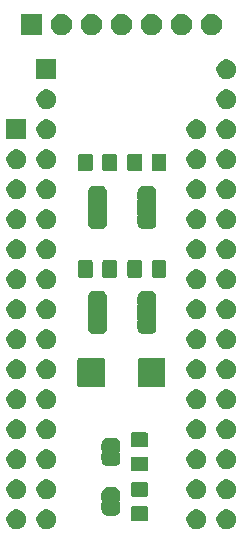
<source format=gbr>
G04 #@! TF.GenerationSoftware,KiCad,Pcbnew,(5.1.5)-3*
G04 #@! TF.CreationDate,2020-05-12T21:47:34-04:00*
G04 #@! TF.ProjectId,27xxx_to_27c080,32377878-785f-4746-9f5f-323763303830,rev?*
G04 #@! TF.SameCoordinates,Original*
G04 #@! TF.FileFunction,Soldermask,Bot*
G04 #@! TF.FilePolarity,Negative*
%FSLAX46Y46*%
G04 Gerber Fmt 4.6, Leading zero omitted, Abs format (unit mm)*
G04 Created by KiCad (PCBNEW (5.1.5)-3) date 2020-05-12 21:47:34*
%MOMM*%
%LPD*%
G04 APERTURE LIST*
%ADD10C,0.100000*%
G04 APERTURE END LIST*
D10*
G36*
X139948228Y-123641703D02*
G01*
X140103100Y-123705853D01*
X140242481Y-123798985D01*
X140361015Y-123917519D01*
X140454147Y-124056900D01*
X140518297Y-124211772D01*
X140551000Y-124376184D01*
X140551000Y-124543816D01*
X140518297Y-124708228D01*
X140454147Y-124863100D01*
X140361015Y-125002481D01*
X140242481Y-125121015D01*
X140103100Y-125214147D01*
X139948228Y-125278297D01*
X139783816Y-125311000D01*
X139616184Y-125311000D01*
X139451772Y-125278297D01*
X139296900Y-125214147D01*
X139157519Y-125121015D01*
X139038985Y-125002481D01*
X138945853Y-124863100D01*
X138881703Y-124708228D01*
X138849000Y-124543816D01*
X138849000Y-124376184D01*
X138881703Y-124211772D01*
X138945853Y-124056900D01*
X139038985Y-123917519D01*
X139157519Y-123798985D01*
X139296900Y-123705853D01*
X139451772Y-123641703D01*
X139616184Y-123609000D01*
X139783816Y-123609000D01*
X139948228Y-123641703D01*
G37*
G36*
X155188228Y-123641703D02*
G01*
X155343100Y-123705853D01*
X155482481Y-123798985D01*
X155601015Y-123917519D01*
X155694147Y-124056900D01*
X155758297Y-124211772D01*
X155791000Y-124376184D01*
X155791000Y-124543816D01*
X155758297Y-124708228D01*
X155694147Y-124863100D01*
X155601015Y-125002481D01*
X155482481Y-125121015D01*
X155343100Y-125214147D01*
X155188228Y-125278297D01*
X155023816Y-125311000D01*
X154856184Y-125311000D01*
X154691772Y-125278297D01*
X154536900Y-125214147D01*
X154397519Y-125121015D01*
X154278985Y-125002481D01*
X154185853Y-124863100D01*
X154121703Y-124708228D01*
X154089000Y-124543816D01*
X154089000Y-124376184D01*
X154121703Y-124211772D01*
X154185853Y-124056900D01*
X154278985Y-123917519D01*
X154397519Y-123798985D01*
X154536900Y-123705853D01*
X154691772Y-123641703D01*
X154856184Y-123609000D01*
X155023816Y-123609000D01*
X155188228Y-123641703D01*
G37*
G36*
X137408228Y-123641703D02*
G01*
X137563100Y-123705853D01*
X137702481Y-123798985D01*
X137821015Y-123917519D01*
X137914147Y-124056900D01*
X137978297Y-124211772D01*
X138011000Y-124376184D01*
X138011000Y-124543816D01*
X137978297Y-124708228D01*
X137914147Y-124863100D01*
X137821015Y-125002481D01*
X137702481Y-125121015D01*
X137563100Y-125214147D01*
X137408228Y-125278297D01*
X137243816Y-125311000D01*
X137076184Y-125311000D01*
X136911772Y-125278297D01*
X136756900Y-125214147D01*
X136617519Y-125121015D01*
X136498985Y-125002481D01*
X136405853Y-124863100D01*
X136341703Y-124708228D01*
X136309000Y-124543816D01*
X136309000Y-124376184D01*
X136341703Y-124211772D01*
X136405853Y-124056900D01*
X136498985Y-123917519D01*
X136617519Y-123798985D01*
X136756900Y-123705853D01*
X136911772Y-123641703D01*
X137076184Y-123609000D01*
X137243816Y-123609000D01*
X137408228Y-123641703D01*
G37*
G36*
X152648228Y-123641703D02*
G01*
X152803100Y-123705853D01*
X152942481Y-123798985D01*
X153061015Y-123917519D01*
X153154147Y-124056900D01*
X153218297Y-124211772D01*
X153251000Y-124376184D01*
X153251000Y-124543816D01*
X153218297Y-124708228D01*
X153154147Y-124863100D01*
X153061015Y-125002481D01*
X152942481Y-125121015D01*
X152803100Y-125214147D01*
X152648228Y-125278297D01*
X152483816Y-125311000D01*
X152316184Y-125311000D01*
X152151772Y-125278297D01*
X151996900Y-125214147D01*
X151857519Y-125121015D01*
X151738985Y-125002481D01*
X151645853Y-124863100D01*
X151581703Y-124708228D01*
X151549000Y-124543816D01*
X151549000Y-124376184D01*
X151581703Y-124211772D01*
X151645853Y-124056900D01*
X151738985Y-123917519D01*
X151857519Y-123798985D01*
X151996900Y-123705853D01*
X152151772Y-123641703D01*
X152316184Y-123609000D01*
X152483816Y-123609000D01*
X152648228Y-123641703D01*
G37*
G36*
X148162674Y-123339465D02*
G01*
X148200367Y-123350899D01*
X148235103Y-123369466D01*
X148265548Y-123394452D01*
X148290534Y-123424897D01*
X148309101Y-123459633D01*
X148320535Y-123497326D01*
X148325000Y-123542661D01*
X148325000Y-124379339D01*
X148320535Y-124424674D01*
X148309101Y-124462367D01*
X148290534Y-124497103D01*
X148265548Y-124527548D01*
X148235103Y-124552534D01*
X148200367Y-124571101D01*
X148162674Y-124582535D01*
X148117339Y-124587000D01*
X147030661Y-124587000D01*
X146985326Y-124582535D01*
X146947633Y-124571101D01*
X146912897Y-124552534D01*
X146882452Y-124527548D01*
X146857466Y-124497103D01*
X146838899Y-124462367D01*
X146827465Y-124424674D01*
X146823000Y-124379339D01*
X146823000Y-123542661D01*
X146827465Y-123497326D01*
X146838899Y-123459633D01*
X146857466Y-123424897D01*
X146882452Y-123394452D01*
X146912897Y-123369466D01*
X146947633Y-123350899D01*
X146985326Y-123339465D01*
X147030661Y-123335000D01*
X148117339Y-123335000D01*
X148162674Y-123339465D01*
G37*
G36*
X145423199Y-121735954D02*
G01*
X145435450Y-121736556D01*
X145453869Y-121736556D01*
X145476149Y-121738750D01*
X145560233Y-121755476D01*
X145581660Y-121761976D01*
X145660858Y-121794780D01*
X145666303Y-121797691D01*
X145666309Y-121797693D01*
X145675169Y-121802429D01*
X145675173Y-121802432D01*
X145680614Y-121805340D01*
X145751899Y-121852971D01*
X145769204Y-121867172D01*
X145829828Y-121927796D01*
X145844029Y-121945101D01*
X145891660Y-122016386D01*
X145894568Y-122021827D01*
X145894571Y-122021831D01*
X145899307Y-122030691D01*
X145899309Y-122030697D01*
X145902220Y-122036142D01*
X145935024Y-122115340D01*
X145941524Y-122136767D01*
X145958250Y-122220851D01*
X145960444Y-122243131D01*
X145960444Y-122261550D01*
X145961046Y-122273801D01*
X145962852Y-122292139D01*
X145962852Y-122779860D01*
X145961263Y-122795999D01*
X145958348Y-122805608D01*
X145953610Y-122814472D01*
X145947237Y-122822237D01*
X145934794Y-122832448D01*
X145924425Y-122839378D01*
X145907098Y-122856705D01*
X145893485Y-122877080D01*
X145884109Y-122899720D01*
X145879329Y-122923753D01*
X145879330Y-122948257D01*
X145884112Y-122972290D01*
X145893490Y-122994929D01*
X145907105Y-123015302D01*
X145924432Y-123032629D01*
X145934802Y-123039558D01*
X145947237Y-123049763D01*
X145953610Y-123057528D01*
X145958348Y-123066392D01*
X145961263Y-123076001D01*
X145962852Y-123092140D01*
X145962852Y-123579862D01*
X145961046Y-123598199D01*
X145960444Y-123610450D01*
X145960444Y-123628869D01*
X145958250Y-123651149D01*
X145941524Y-123735233D01*
X145935024Y-123756660D01*
X145902220Y-123835858D01*
X145899309Y-123841303D01*
X145899307Y-123841309D01*
X145894571Y-123850169D01*
X145894568Y-123850173D01*
X145891660Y-123855614D01*
X145844029Y-123926899D01*
X145829828Y-123944204D01*
X145769204Y-124004828D01*
X145751899Y-124019029D01*
X145680614Y-124066660D01*
X145675173Y-124069568D01*
X145675169Y-124069571D01*
X145666309Y-124074307D01*
X145666303Y-124074309D01*
X145660858Y-124077220D01*
X145581660Y-124110024D01*
X145560233Y-124116524D01*
X145476149Y-124133250D01*
X145453869Y-124135444D01*
X145435450Y-124135444D01*
X145423199Y-124136046D01*
X145404862Y-124137852D01*
X144917138Y-124137852D01*
X144898801Y-124136046D01*
X144886550Y-124135444D01*
X144868131Y-124135444D01*
X144845851Y-124133250D01*
X144761767Y-124116524D01*
X144740340Y-124110024D01*
X144661142Y-124077220D01*
X144655697Y-124074309D01*
X144655691Y-124074307D01*
X144646831Y-124069571D01*
X144646827Y-124069568D01*
X144641386Y-124066660D01*
X144570101Y-124019029D01*
X144552796Y-124004828D01*
X144492172Y-123944204D01*
X144477971Y-123926899D01*
X144430340Y-123855614D01*
X144427432Y-123850173D01*
X144427429Y-123850169D01*
X144422693Y-123841309D01*
X144422691Y-123841303D01*
X144419780Y-123835858D01*
X144386976Y-123756660D01*
X144380476Y-123735233D01*
X144363750Y-123651149D01*
X144361556Y-123628869D01*
X144361556Y-123610450D01*
X144360954Y-123598199D01*
X144359148Y-123579862D01*
X144359148Y-123092140D01*
X144360737Y-123076001D01*
X144363652Y-123066392D01*
X144368390Y-123057528D01*
X144374763Y-123049763D01*
X144387206Y-123039552D01*
X144397575Y-123032622D01*
X144414902Y-123015295D01*
X144428515Y-122994920D01*
X144437891Y-122972280D01*
X144442671Y-122948247D01*
X144442670Y-122923743D01*
X144437888Y-122899710D01*
X144428510Y-122877071D01*
X144414895Y-122856698D01*
X144397568Y-122839371D01*
X144387198Y-122832442D01*
X144374763Y-122822237D01*
X144368390Y-122814472D01*
X144363652Y-122805608D01*
X144360737Y-122795999D01*
X144359148Y-122779860D01*
X144359148Y-122292139D01*
X144360954Y-122273801D01*
X144361556Y-122261550D01*
X144361556Y-122243131D01*
X144363750Y-122220851D01*
X144380476Y-122136767D01*
X144386976Y-122115340D01*
X144419780Y-122036142D01*
X144422691Y-122030697D01*
X144422693Y-122030691D01*
X144427429Y-122021831D01*
X144427432Y-122021827D01*
X144430340Y-122016386D01*
X144477971Y-121945101D01*
X144492172Y-121927796D01*
X144552796Y-121867172D01*
X144570101Y-121852971D01*
X144641386Y-121805340D01*
X144646827Y-121802432D01*
X144646831Y-121802429D01*
X144655691Y-121797693D01*
X144655697Y-121797691D01*
X144661142Y-121794780D01*
X144740340Y-121761976D01*
X144761767Y-121755476D01*
X144845851Y-121738750D01*
X144868131Y-121736556D01*
X144886550Y-121736556D01*
X144898801Y-121735954D01*
X144917139Y-121734148D01*
X145404861Y-121734148D01*
X145423199Y-121735954D01*
G37*
G36*
X155188228Y-121101703D02*
G01*
X155343100Y-121165853D01*
X155482481Y-121258985D01*
X155601015Y-121377519D01*
X155694147Y-121516900D01*
X155758297Y-121671772D01*
X155791000Y-121836184D01*
X155791000Y-122003816D01*
X155758297Y-122168228D01*
X155694147Y-122323100D01*
X155601015Y-122462481D01*
X155482481Y-122581015D01*
X155343100Y-122674147D01*
X155188228Y-122738297D01*
X155023816Y-122771000D01*
X154856184Y-122771000D01*
X154691772Y-122738297D01*
X154536900Y-122674147D01*
X154397519Y-122581015D01*
X154278985Y-122462481D01*
X154185853Y-122323100D01*
X154121703Y-122168228D01*
X154089000Y-122003816D01*
X154089000Y-121836184D01*
X154121703Y-121671772D01*
X154185853Y-121516900D01*
X154278985Y-121377519D01*
X154397519Y-121258985D01*
X154536900Y-121165853D01*
X154691772Y-121101703D01*
X154856184Y-121069000D01*
X155023816Y-121069000D01*
X155188228Y-121101703D01*
G37*
G36*
X152648228Y-121101703D02*
G01*
X152803100Y-121165853D01*
X152942481Y-121258985D01*
X153061015Y-121377519D01*
X153154147Y-121516900D01*
X153218297Y-121671772D01*
X153251000Y-121836184D01*
X153251000Y-122003816D01*
X153218297Y-122168228D01*
X153154147Y-122323100D01*
X153061015Y-122462481D01*
X152942481Y-122581015D01*
X152803100Y-122674147D01*
X152648228Y-122738297D01*
X152483816Y-122771000D01*
X152316184Y-122771000D01*
X152151772Y-122738297D01*
X151996900Y-122674147D01*
X151857519Y-122581015D01*
X151738985Y-122462481D01*
X151645853Y-122323100D01*
X151581703Y-122168228D01*
X151549000Y-122003816D01*
X151549000Y-121836184D01*
X151581703Y-121671772D01*
X151645853Y-121516900D01*
X151738985Y-121377519D01*
X151857519Y-121258985D01*
X151996900Y-121165853D01*
X152151772Y-121101703D01*
X152316184Y-121069000D01*
X152483816Y-121069000D01*
X152648228Y-121101703D01*
G37*
G36*
X139948228Y-121101703D02*
G01*
X140103100Y-121165853D01*
X140242481Y-121258985D01*
X140361015Y-121377519D01*
X140454147Y-121516900D01*
X140518297Y-121671772D01*
X140551000Y-121836184D01*
X140551000Y-122003816D01*
X140518297Y-122168228D01*
X140454147Y-122323100D01*
X140361015Y-122462481D01*
X140242481Y-122581015D01*
X140103100Y-122674147D01*
X139948228Y-122738297D01*
X139783816Y-122771000D01*
X139616184Y-122771000D01*
X139451772Y-122738297D01*
X139296900Y-122674147D01*
X139157519Y-122581015D01*
X139038985Y-122462481D01*
X138945853Y-122323100D01*
X138881703Y-122168228D01*
X138849000Y-122003816D01*
X138849000Y-121836184D01*
X138881703Y-121671772D01*
X138945853Y-121516900D01*
X139038985Y-121377519D01*
X139157519Y-121258985D01*
X139296900Y-121165853D01*
X139451772Y-121101703D01*
X139616184Y-121069000D01*
X139783816Y-121069000D01*
X139948228Y-121101703D01*
G37*
G36*
X137408228Y-121101703D02*
G01*
X137563100Y-121165853D01*
X137702481Y-121258985D01*
X137821015Y-121377519D01*
X137914147Y-121516900D01*
X137978297Y-121671772D01*
X138011000Y-121836184D01*
X138011000Y-122003816D01*
X137978297Y-122168228D01*
X137914147Y-122323100D01*
X137821015Y-122462481D01*
X137702481Y-122581015D01*
X137563100Y-122674147D01*
X137408228Y-122738297D01*
X137243816Y-122771000D01*
X137076184Y-122771000D01*
X136911772Y-122738297D01*
X136756900Y-122674147D01*
X136617519Y-122581015D01*
X136498985Y-122462481D01*
X136405853Y-122323100D01*
X136341703Y-122168228D01*
X136309000Y-122003816D01*
X136309000Y-121836184D01*
X136341703Y-121671772D01*
X136405853Y-121516900D01*
X136498985Y-121377519D01*
X136617519Y-121258985D01*
X136756900Y-121165853D01*
X136911772Y-121101703D01*
X137076184Y-121069000D01*
X137243816Y-121069000D01*
X137408228Y-121101703D01*
G37*
G36*
X148162674Y-121289465D02*
G01*
X148200367Y-121300899D01*
X148235103Y-121319466D01*
X148265548Y-121344452D01*
X148290534Y-121374897D01*
X148309101Y-121409633D01*
X148320535Y-121447326D01*
X148325000Y-121492661D01*
X148325000Y-122329339D01*
X148320535Y-122374674D01*
X148309101Y-122412367D01*
X148290534Y-122447103D01*
X148265548Y-122477548D01*
X148235103Y-122502534D01*
X148200367Y-122521101D01*
X148162674Y-122532535D01*
X148117339Y-122537000D01*
X147030661Y-122537000D01*
X146985326Y-122532535D01*
X146947633Y-122521101D01*
X146912897Y-122502534D01*
X146882452Y-122477548D01*
X146857466Y-122447103D01*
X146838899Y-122412367D01*
X146827465Y-122374674D01*
X146823000Y-122329339D01*
X146823000Y-121492661D01*
X146827465Y-121447326D01*
X146838899Y-121409633D01*
X146857466Y-121374897D01*
X146882452Y-121344452D01*
X146912897Y-121319466D01*
X146947633Y-121300899D01*
X146985326Y-121289465D01*
X147030661Y-121285000D01*
X148117339Y-121285000D01*
X148162674Y-121289465D01*
G37*
G36*
X148162674Y-119148465D02*
G01*
X148200367Y-119159899D01*
X148235103Y-119178466D01*
X148265548Y-119203452D01*
X148290534Y-119233897D01*
X148309101Y-119268633D01*
X148320535Y-119306326D01*
X148325000Y-119351661D01*
X148325000Y-120188339D01*
X148320535Y-120233674D01*
X148309101Y-120271367D01*
X148290534Y-120306103D01*
X148265548Y-120336548D01*
X148235103Y-120361534D01*
X148200367Y-120380101D01*
X148162674Y-120391535D01*
X148117339Y-120396000D01*
X147030661Y-120396000D01*
X146985326Y-120391535D01*
X146947633Y-120380101D01*
X146912897Y-120361534D01*
X146882452Y-120336548D01*
X146857466Y-120306103D01*
X146838899Y-120271367D01*
X146827465Y-120233674D01*
X146823000Y-120188339D01*
X146823000Y-119351661D01*
X146827465Y-119306326D01*
X146838899Y-119268633D01*
X146857466Y-119233897D01*
X146882452Y-119203452D01*
X146912897Y-119178466D01*
X146947633Y-119159899D01*
X146985326Y-119148465D01*
X147030661Y-119144000D01*
X148117339Y-119144000D01*
X148162674Y-119148465D01*
G37*
G36*
X152648228Y-118561703D02*
G01*
X152803100Y-118625853D01*
X152942481Y-118718985D01*
X153061015Y-118837519D01*
X153154147Y-118976900D01*
X153218297Y-119131772D01*
X153251000Y-119296184D01*
X153251000Y-119463816D01*
X153218297Y-119628228D01*
X153154147Y-119783100D01*
X153061015Y-119922481D01*
X152942481Y-120041015D01*
X152803100Y-120134147D01*
X152648228Y-120198297D01*
X152483816Y-120231000D01*
X152316184Y-120231000D01*
X152151772Y-120198297D01*
X151996900Y-120134147D01*
X151857519Y-120041015D01*
X151738985Y-119922481D01*
X151645853Y-119783100D01*
X151581703Y-119628228D01*
X151549000Y-119463816D01*
X151549000Y-119296184D01*
X151581703Y-119131772D01*
X151645853Y-118976900D01*
X151738985Y-118837519D01*
X151857519Y-118718985D01*
X151996900Y-118625853D01*
X152151772Y-118561703D01*
X152316184Y-118529000D01*
X152483816Y-118529000D01*
X152648228Y-118561703D01*
G37*
G36*
X139948228Y-118561703D02*
G01*
X140103100Y-118625853D01*
X140242481Y-118718985D01*
X140361015Y-118837519D01*
X140454147Y-118976900D01*
X140518297Y-119131772D01*
X140551000Y-119296184D01*
X140551000Y-119463816D01*
X140518297Y-119628228D01*
X140454147Y-119783100D01*
X140361015Y-119922481D01*
X140242481Y-120041015D01*
X140103100Y-120134147D01*
X139948228Y-120198297D01*
X139783816Y-120231000D01*
X139616184Y-120231000D01*
X139451772Y-120198297D01*
X139296900Y-120134147D01*
X139157519Y-120041015D01*
X139038985Y-119922481D01*
X138945853Y-119783100D01*
X138881703Y-119628228D01*
X138849000Y-119463816D01*
X138849000Y-119296184D01*
X138881703Y-119131772D01*
X138945853Y-118976900D01*
X139038985Y-118837519D01*
X139157519Y-118718985D01*
X139296900Y-118625853D01*
X139451772Y-118561703D01*
X139616184Y-118529000D01*
X139783816Y-118529000D01*
X139948228Y-118561703D01*
G37*
G36*
X155188228Y-118561703D02*
G01*
X155343100Y-118625853D01*
X155482481Y-118718985D01*
X155601015Y-118837519D01*
X155694147Y-118976900D01*
X155758297Y-119131772D01*
X155791000Y-119296184D01*
X155791000Y-119463816D01*
X155758297Y-119628228D01*
X155694147Y-119783100D01*
X155601015Y-119922481D01*
X155482481Y-120041015D01*
X155343100Y-120134147D01*
X155188228Y-120198297D01*
X155023816Y-120231000D01*
X154856184Y-120231000D01*
X154691772Y-120198297D01*
X154536900Y-120134147D01*
X154397519Y-120041015D01*
X154278985Y-119922481D01*
X154185853Y-119783100D01*
X154121703Y-119628228D01*
X154089000Y-119463816D01*
X154089000Y-119296184D01*
X154121703Y-119131772D01*
X154185853Y-118976900D01*
X154278985Y-118837519D01*
X154397519Y-118718985D01*
X154536900Y-118625853D01*
X154691772Y-118561703D01*
X154856184Y-118529000D01*
X155023816Y-118529000D01*
X155188228Y-118561703D01*
G37*
G36*
X137408228Y-118561703D02*
G01*
X137563100Y-118625853D01*
X137702481Y-118718985D01*
X137821015Y-118837519D01*
X137914147Y-118976900D01*
X137978297Y-119131772D01*
X138011000Y-119296184D01*
X138011000Y-119463816D01*
X137978297Y-119628228D01*
X137914147Y-119783100D01*
X137821015Y-119922481D01*
X137702481Y-120041015D01*
X137563100Y-120134147D01*
X137408228Y-120198297D01*
X137243816Y-120231000D01*
X137076184Y-120231000D01*
X136911772Y-120198297D01*
X136756900Y-120134147D01*
X136617519Y-120041015D01*
X136498985Y-119922481D01*
X136405853Y-119783100D01*
X136341703Y-119628228D01*
X136309000Y-119463816D01*
X136309000Y-119296184D01*
X136341703Y-119131772D01*
X136405853Y-118976900D01*
X136498985Y-118837519D01*
X136617519Y-118718985D01*
X136756900Y-118625853D01*
X136911772Y-118561703D01*
X137076184Y-118529000D01*
X137243816Y-118529000D01*
X137408228Y-118561703D01*
G37*
G36*
X145423199Y-117544954D02*
G01*
X145435450Y-117545556D01*
X145453869Y-117545556D01*
X145476149Y-117547750D01*
X145560233Y-117564476D01*
X145581660Y-117570976D01*
X145660858Y-117603780D01*
X145666303Y-117606691D01*
X145666309Y-117606693D01*
X145675169Y-117611429D01*
X145675173Y-117611432D01*
X145680614Y-117614340D01*
X145751899Y-117661971D01*
X145769204Y-117676172D01*
X145829828Y-117736796D01*
X145844029Y-117754101D01*
X145891660Y-117825386D01*
X145894568Y-117830827D01*
X145894571Y-117830831D01*
X145899307Y-117839691D01*
X145899309Y-117839697D01*
X145902220Y-117845142D01*
X145935024Y-117924340D01*
X145941524Y-117945767D01*
X145958250Y-118029851D01*
X145960444Y-118052131D01*
X145960444Y-118070550D01*
X145961046Y-118082801D01*
X145962852Y-118101139D01*
X145962852Y-118588860D01*
X145961263Y-118604999D01*
X145958348Y-118614608D01*
X145953610Y-118623472D01*
X145947237Y-118631237D01*
X145934794Y-118641448D01*
X145924425Y-118648378D01*
X145907098Y-118665705D01*
X145893485Y-118686080D01*
X145884109Y-118708720D01*
X145879329Y-118732753D01*
X145879330Y-118757257D01*
X145884112Y-118781290D01*
X145893490Y-118803929D01*
X145907105Y-118824302D01*
X145924432Y-118841629D01*
X145934802Y-118848558D01*
X145947237Y-118858763D01*
X145953610Y-118866528D01*
X145958348Y-118875392D01*
X145961263Y-118885001D01*
X145962852Y-118901140D01*
X145962852Y-119388862D01*
X145961046Y-119407199D01*
X145960444Y-119419450D01*
X145960444Y-119437869D01*
X145958250Y-119460149D01*
X145941524Y-119544233D01*
X145935024Y-119565660D01*
X145902220Y-119644858D01*
X145899309Y-119650303D01*
X145899307Y-119650309D01*
X145894571Y-119659169D01*
X145894568Y-119659173D01*
X145891660Y-119664614D01*
X145844029Y-119735899D01*
X145829828Y-119753204D01*
X145769204Y-119813828D01*
X145751899Y-119828029D01*
X145680614Y-119875660D01*
X145675173Y-119878568D01*
X145675169Y-119878571D01*
X145666309Y-119883307D01*
X145666303Y-119883309D01*
X145660858Y-119886220D01*
X145581660Y-119919024D01*
X145560233Y-119925524D01*
X145476149Y-119942250D01*
X145453869Y-119944444D01*
X145435450Y-119944444D01*
X145423199Y-119945046D01*
X145404862Y-119946852D01*
X144917138Y-119946852D01*
X144898801Y-119945046D01*
X144886550Y-119944444D01*
X144868131Y-119944444D01*
X144845851Y-119942250D01*
X144761767Y-119925524D01*
X144740340Y-119919024D01*
X144661142Y-119886220D01*
X144655697Y-119883309D01*
X144655691Y-119883307D01*
X144646831Y-119878571D01*
X144646827Y-119878568D01*
X144641386Y-119875660D01*
X144570101Y-119828029D01*
X144552796Y-119813828D01*
X144492172Y-119753204D01*
X144477971Y-119735899D01*
X144430340Y-119664614D01*
X144427432Y-119659173D01*
X144427429Y-119659169D01*
X144422693Y-119650309D01*
X144422691Y-119650303D01*
X144419780Y-119644858D01*
X144386976Y-119565660D01*
X144380476Y-119544233D01*
X144363750Y-119460149D01*
X144361556Y-119437869D01*
X144361556Y-119419450D01*
X144360954Y-119407199D01*
X144359148Y-119388862D01*
X144359148Y-118901140D01*
X144360737Y-118885001D01*
X144363652Y-118875392D01*
X144368390Y-118866528D01*
X144374763Y-118858763D01*
X144387206Y-118848552D01*
X144397575Y-118841622D01*
X144414902Y-118824295D01*
X144428515Y-118803920D01*
X144437891Y-118781280D01*
X144442671Y-118757247D01*
X144442670Y-118732743D01*
X144437888Y-118708710D01*
X144428510Y-118686071D01*
X144414895Y-118665698D01*
X144397568Y-118648371D01*
X144387198Y-118641442D01*
X144374763Y-118631237D01*
X144368390Y-118623472D01*
X144363652Y-118614608D01*
X144360737Y-118604999D01*
X144359148Y-118588860D01*
X144359148Y-118101139D01*
X144360954Y-118082801D01*
X144361556Y-118070550D01*
X144361556Y-118052131D01*
X144363750Y-118029851D01*
X144380476Y-117945767D01*
X144386976Y-117924340D01*
X144419780Y-117845142D01*
X144422691Y-117839697D01*
X144422693Y-117839691D01*
X144427429Y-117830831D01*
X144427432Y-117830827D01*
X144430340Y-117825386D01*
X144477971Y-117754101D01*
X144492172Y-117736796D01*
X144552796Y-117676172D01*
X144570101Y-117661971D01*
X144641386Y-117614340D01*
X144646827Y-117611432D01*
X144646831Y-117611429D01*
X144655691Y-117606693D01*
X144655697Y-117606691D01*
X144661142Y-117603780D01*
X144740340Y-117570976D01*
X144761767Y-117564476D01*
X144845851Y-117547750D01*
X144868131Y-117545556D01*
X144886550Y-117545556D01*
X144898801Y-117544954D01*
X144917139Y-117543148D01*
X145404861Y-117543148D01*
X145423199Y-117544954D01*
G37*
G36*
X148162674Y-117098465D02*
G01*
X148200367Y-117109899D01*
X148235103Y-117128466D01*
X148265548Y-117153452D01*
X148290534Y-117183897D01*
X148309101Y-117218633D01*
X148320535Y-117256326D01*
X148325000Y-117301661D01*
X148325000Y-118138339D01*
X148320535Y-118183674D01*
X148309101Y-118221367D01*
X148290534Y-118256103D01*
X148265548Y-118286548D01*
X148235103Y-118311534D01*
X148200367Y-118330101D01*
X148162674Y-118341535D01*
X148117339Y-118346000D01*
X147030661Y-118346000D01*
X146985326Y-118341535D01*
X146947633Y-118330101D01*
X146912897Y-118311534D01*
X146882452Y-118286548D01*
X146857466Y-118256103D01*
X146838899Y-118221367D01*
X146827465Y-118183674D01*
X146823000Y-118138339D01*
X146823000Y-117301661D01*
X146827465Y-117256326D01*
X146838899Y-117218633D01*
X146857466Y-117183897D01*
X146882452Y-117153452D01*
X146912897Y-117128466D01*
X146947633Y-117109899D01*
X146985326Y-117098465D01*
X147030661Y-117094000D01*
X148117339Y-117094000D01*
X148162674Y-117098465D01*
G37*
G36*
X137408228Y-116021703D02*
G01*
X137563100Y-116085853D01*
X137702481Y-116178985D01*
X137821015Y-116297519D01*
X137914147Y-116436900D01*
X137978297Y-116591772D01*
X138011000Y-116756184D01*
X138011000Y-116923816D01*
X137978297Y-117088228D01*
X137914147Y-117243100D01*
X137821015Y-117382481D01*
X137702481Y-117501015D01*
X137563100Y-117594147D01*
X137408228Y-117658297D01*
X137243816Y-117691000D01*
X137076184Y-117691000D01*
X136911772Y-117658297D01*
X136756900Y-117594147D01*
X136617519Y-117501015D01*
X136498985Y-117382481D01*
X136405853Y-117243100D01*
X136341703Y-117088228D01*
X136309000Y-116923816D01*
X136309000Y-116756184D01*
X136341703Y-116591772D01*
X136405853Y-116436900D01*
X136498985Y-116297519D01*
X136617519Y-116178985D01*
X136756900Y-116085853D01*
X136911772Y-116021703D01*
X137076184Y-115989000D01*
X137243816Y-115989000D01*
X137408228Y-116021703D01*
G37*
G36*
X152648228Y-116021703D02*
G01*
X152803100Y-116085853D01*
X152942481Y-116178985D01*
X153061015Y-116297519D01*
X153154147Y-116436900D01*
X153218297Y-116591772D01*
X153251000Y-116756184D01*
X153251000Y-116923816D01*
X153218297Y-117088228D01*
X153154147Y-117243100D01*
X153061015Y-117382481D01*
X152942481Y-117501015D01*
X152803100Y-117594147D01*
X152648228Y-117658297D01*
X152483816Y-117691000D01*
X152316184Y-117691000D01*
X152151772Y-117658297D01*
X151996900Y-117594147D01*
X151857519Y-117501015D01*
X151738985Y-117382481D01*
X151645853Y-117243100D01*
X151581703Y-117088228D01*
X151549000Y-116923816D01*
X151549000Y-116756184D01*
X151581703Y-116591772D01*
X151645853Y-116436900D01*
X151738985Y-116297519D01*
X151857519Y-116178985D01*
X151996900Y-116085853D01*
X152151772Y-116021703D01*
X152316184Y-115989000D01*
X152483816Y-115989000D01*
X152648228Y-116021703D01*
G37*
G36*
X139948228Y-116021703D02*
G01*
X140103100Y-116085853D01*
X140242481Y-116178985D01*
X140361015Y-116297519D01*
X140454147Y-116436900D01*
X140518297Y-116591772D01*
X140551000Y-116756184D01*
X140551000Y-116923816D01*
X140518297Y-117088228D01*
X140454147Y-117243100D01*
X140361015Y-117382481D01*
X140242481Y-117501015D01*
X140103100Y-117594147D01*
X139948228Y-117658297D01*
X139783816Y-117691000D01*
X139616184Y-117691000D01*
X139451772Y-117658297D01*
X139296900Y-117594147D01*
X139157519Y-117501015D01*
X139038985Y-117382481D01*
X138945853Y-117243100D01*
X138881703Y-117088228D01*
X138849000Y-116923816D01*
X138849000Y-116756184D01*
X138881703Y-116591772D01*
X138945853Y-116436900D01*
X139038985Y-116297519D01*
X139157519Y-116178985D01*
X139296900Y-116085853D01*
X139451772Y-116021703D01*
X139616184Y-115989000D01*
X139783816Y-115989000D01*
X139948228Y-116021703D01*
G37*
G36*
X155188228Y-116021703D02*
G01*
X155343100Y-116085853D01*
X155482481Y-116178985D01*
X155601015Y-116297519D01*
X155694147Y-116436900D01*
X155758297Y-116591772D01*
X155791000Y-116756184D01*
X155791000Y-116923816D01*
X155758297Y-117088228D01*
X155694147Y-117243100D01*
X155601015Y-117382481D01*
X155482481Y-117501015D01*
X155343100Y-117594147D01*
X155188228Y-117658297D01*
X155023816Y-117691000D01*
X154856184Y-117691000D01*
X154691772Y-117658297D01*
X154536900Y-117594147D01*
X154397519Y-117501015D01*
X154278985Y-117382481D01*
X154185853Y-117243100D01*
X154121703Y-117088228D01*
X154089000Y-116923816D01*
X154089000Y-116756184D01*
X154121703Y-116591772D01*
X154185853Y-116436900D01*
X154278985Y-116297519D01*
X154397519Y-116178985D01*
X154536900Y-116085853D01*
X154691772Y-116021703D01*
X154856184Y-115989000D01*
X155023816Y-115989000D01*
X155188228Y-116021703D01*
G37*
G36*
X155188228Y-113481703D02*
G01*
X155343100Y-113545853D01*
X155482481Y-113638985D01*
X155601015Y-113757519D01*
X155694147Y-113896900D01*
X155758297Y-114051772D01*
X155791000Y-114216184D01*
X155791000Y-114383816D01*
X155758297Y-114548228D01*
X155694147Y-114703100D01*
X155601015Y-114842481D01*
X155482481Y-114961015D01*
X155343100Y-115054147D01*
X155188228Y-115118297D01*
X155023816Y-115151000D01*
X154856184Y-115151000D01*
X154691772Y-115118297D01*
X154536900Y-115054147D01*
X154397519Y-114961015D01*
X154278985Y-114842481D01*
X154185853Y-114703100D01*
X154121703Y-114548228D01*
X154089000Y-114383816D01*
X154089000Y-114216184D01*
X154121703Y-114051772D01*
X154185853Y-113896900D01*
X154278985Y-113757519D01*
X154397519Y-113638985D01*
X154536900Y-113545853D01*
X154691772Y-113481703D01*
X154856184Y-113449000D01*
X155023816Y-113449000D01*
X155188228Y-113481703D01*
G37*
G36*
X152648228Y-113481703D02*
G01*
X152803100Y-113545853D01*
X152942481Y-113638985D01*
X153061015Y-113757519D01*
X153154147Y-113896900D01*
X153218297Y-114051772D01*
X153251000Y-114216184D01*
X153251000Y-114383816D01*
X153218297Y-114548228D01*
X153154147Y-114703100D01*
X153061015Y-114842481D01*
X152942481Y-114961015D01*
X152803100Y-115054147D01*
X152648228Y-115118297D01*
X152483816Y-115151000D01*
X152316184Y-115151000D01*
X152151772Y-115118297D01*
X151996900Y-115054147D01*
X151857519Y-114961015D01*
X151738985Y-114842481D01*
X151645853Y-114703100D01*
X151581703Y-114548228D01*
X151549000Y-114383816D01*
X151549000Y-114216184D01*
X151581703Y-114051772D01*
X151645853Y-113896900D01*
X151738985Y-113757519D01*
X151857519Y-113638985D01*
X151996900Y-113545853D01*
X152151772Y-113481703D01*
X152316184Y-113449000D01*
X152483816Y-113449000D01*
X152648228Y-113481703D01*
G37*
G36*
X139948228Y-113481703D02*
G01*
X140103100Y-113545853D01*
X140242481Y-113638985D01*
X140361015Y-113757519D01*
X140454147Y-113896900D01*
X140518297Y-114051772D01*
X140551000Y-114216184D01*
X140551000Y-114383816D01*
X140518297Y-114548228D01*
X140454147Y-114703100D01*
X140361015Y-114842481D01*
X140242481Y-114961015D01*
X140103100Y-115054147D01*
X139948228Y-115118297D01*
X139783816Y-115151000D01*
X139616184Y-115151000D01*
X139451772Y-115118297D01*
X139296900Y-115054147D01*
X139157519Y-114961015D01*
X139038985Y-114842481D01*
X138945853Y-114703100D01*
X138881703Y-114548228D01*
X138849000Y-114383816D01*
X138849000Y-114216184D01*
X138881703Y-114051772D01*
X138945853Y-113896900D01*
X139038985Y-113757519D01*
X139157519Y-113638985D01*
X139296900Y-113545853D01*
X139451772Y-113481703D01*
X139616184Y-113449000D01*
X139783816Y-113449000D01*
X139948228Y-113481703D01*
G37*
G36*
X137408228Y-113481703D02*
G01*
X137563100Y-113545853D01*
X137702481Y-113638985D01*
X137821015Y-113757519D01*
X137914147Y-113896900D01*
X137978297Y-114051772D01*
X138011000Y-114216184D01*
X138011000Y-114383816D01*
X137978297Y-114548228D01*
X137914147Y-114703100D01*
X137821015Y-114842481D01*
X137702481Y-114961015D01*
X137563100Y-115054147D01*
X137408228Y-115118297D01*
X137243816Y-115151000D01*
X137076184Y-115151000D01*
X136911772Y-115118297D01*
X136756900Y-115054147D01*
X136617519Y-114961015D01*
X136498985Y-114842481D01*
X136405853Y-114703100D01*
X136341703Y-114548228D01*
X136309000Y-114383816D01*
X136309000Y-114216184D01*
X136341703Y-114051772D01*
X136405853Y-113896900D01*
X136498985Y-113757519D01*
X136617519Y-113638985D01*
X136756900Y-113545853D01*
X136911772Y-113481703D01*
X137076184Y-113449000D01*
X137243816Y-113449000D01*
X137408228Y-113481703D01*
G37*
G36*
X144543786Y-110791746D02*
G01*
X144574461Y-110801051D01*
X144602729Y-110816161D01*
X144627506Y-110836494D01*
X144647839Y-110861271D01*
X144662949Y-110889539D01*
X144672254Y-110920214D01*
X144676000Y-110958251D01*
X144676000Y-113069749D01*
X144672254Y-113107786D01*
X144662949Y-113138461D01*
X144647839Y-113166729D01*
X144627506Y-113191506D01*
X144602729Y-113211839D01*
X144574461Y-113226949D01*
X144543786Y-113236254D01*
X144505749Y-113240000D01*
X142494251Y-113240000D01*
X142456214Y-113236254D01*
X142425539Y-113226949D01*
X142397271Y-113211839D01*
X142372494Y-113191506D01*
X142352161Y-113166729D01*
X142337051Y-113138461D01*
X142327746Y-113107786D01*
X142324000Y-113069749D01*
X142324000Y-110958251D01*
X142327746Y-110920214D01*
X142337051Y-110889539D01*
X142352161Y-110861271D01*
X142372494Y-110836494D01*
X142397271Y-110816161D01*
X142425539Y-110801051D01*
X142456214Y-110791746D01*
X142494251Y-110788000D01*
X144505749Y-110788000D01*
X144543786Y-110791746D01*
G37*
G36*
X149643786Y-110791746D02*
G01*
X149674461Y-110801051D01*
X149702729Y-110816161D01*
X149727506Y-110836494D01*
X149747839Y-110861271D01*
X149762949Y-110889539D01*
X149772254Y-110920214D01*
X149776000Y-110958251D01*
X149776000Y-113069749D01*
X149772254Y-113107786D01*
X149762949Y-113138461D01*
X149747839Y-113166729D01*
X149727506Y-113191506D01*
X149702729Y-113211839D01*
X149674461Y-113226949D01*
X149643786Y-113236254D01*
X149605749Y-113240000D01*
X147594251Y-113240000D01*
X147556214Y-113236254D01*
X147525539Y-113226949D01*
X147497271Y-113211839D01*
X147472494Y-113191506D01*
X147452161Y-113166729D01*
X147437051Y-113138461D01*
X147427746Y-113107786D01*
X147424000Y-113069749D01*
X147424000Y-110958251D01*
X147427746Y-110920214D01*
X147437051Y-110889539D01*
X147452161Y-110861271D01*
X147472494Y-110836494D01*
X147497271Y-110816161D01*
X147525539Y-110801051D01*
X147556214Y-110791746D01*
X147594251Y-110788000D01*
X149605749Y-110788000D01*
X149643786Y-110791746D01*
G37*
G36*
X137408228Y-110941703D02*
G01*
X137563100Y-111005853D01*
X137702481Y-111098985D01*
X137821015Y-111217519D01*
X137914147Y-111356900D01*
X137978297Y-111511772D01*
X138011000Y-111676184D01*
X138011000Y-111843816D01*
X137978297Y-112008228D01*
X137914147Y-112163100D01*
X137821015Y-112302481D01*
X137702481Y-112421015D01*
X137563100Y-112514147D01*
X137408228Y-112578297D01*
X137243816Y-112611000D01*
X137076184Y-112611000D01*
X136911772Y-112578297D01*
X136756900Y-112514147D01*
X136617519Y-112421015D01*
X136498985Y-112302481D01*
X136405853Y-112163100D01*
X136341703Y-112008228D01*
X136309000Y-111843816D01*
X136309000Y-111676184D01*
X136341703Y-111511772D01*
X136405853Y-111356900D01*
X136498985Y-111217519D01*
X136617519Y-111098985D01*
X136756900Y-111005853D01*
X136911772Y-110941703D01*
X137076184Y-110909000D01*
X137243816Y-110909000D01*
X137408228Y-110941703D01*
G37*
G36*
X139948228Y-110941703D02*
G01*
X140103100Y-111005853D01*
X140242481Y-111098985D01*
X140361015Y-111217519D01*
X140454147Y-111356900D01*
X140518297Y-111511772D01*
X140551000Y-111676184D01*
X140551000Y-111843816D01*
X140518297Y-112008228D01*
X140454147Y-112163100D01*
X140361015Y-112302481D01*
X140242481Y-112421015D01*
X140103100Y-112514147D01*
X139948228Y-112578297D01*
X139783816Y-112611000D01*
X139616184Y-112611000D01*
X139451772Y-112578297D01*
X139296900Y-112514147D01*
X139157519Y-112421015D01*
X139038985Y-112302481D01*
X138945853Y-112163100D01*
X138881703Y-112008228D01*
X138849000Y-111843816D01*
X138849000Y-111676184D01*
X138881703Y-111511772D01*
X138945853Y-111356900D01*
X139038985Y-111217519D01*
X139157519Y-111098985D01*
X139296900Y-111005853D01*
X139451772Y-110941703D01*
X139616184Y-110909000D01*
X139783816Y-110909000D01*
X139948228Y-110941703D01*
G37*
G36*
X155188228Y-110941703D02*
G01*
X155343100Y-111005853D01*
X155482481Y-111098985D01*
X155601015Y-111217519D01*
X155694147Y-111356900D01*
X155758297Y-111511772D01*
X155791000Y-111676184D01*
X155791000Y-111843816D01*
X155758297Y-112008228D01*
X155694147Y-112163100D01*
X155601015Y-112302481D01*
X155482481Y-112421015D01*
X155343100Y-112514147D01*
X155188228Y-112578297D01*
X155023816Y-112611000D01*
X154856184Y-112611000D01*
X154691772Y-112578297D01*
X154536900Y-112514147D01*
X154397519Y-112421015D01*
X154278985Y-112302481D01*
X154185853Y-112163100D01*
X154121703Y-112008228D01*
X154089000Y-111843816D01*
X154089000Y-111676184D01*
X154121703Y-111511772D01*
X154185853Y-111356900D01*
X154278985Y-111217519D01*
X154397519Y-111098985D01*
X154536900Y-111005853D01*
X154691772Y-110941703D01*
X154856184Y-110909000D01*
X155023816Y-110909000D01*
X155188228Y-110941703D01*
G37*
G36*
X152648228Y-110941703D02*
G01*
X152803100Y-111005853D01*
X152942481Y-111098985D01*
X153061015Y-111217519D01*
X153154147Y-111356900D01*
X153218297Y-111511772D01*
X153251000Y-111676184D01*
X153251000Y-111843816D01*
X153218297Y-112008228D01*
X153154147Y-112163100D01*
X153061015Y-112302481D01*
X152942481Y-112421015D01*
X152803100Y-112514147D01*
X152648228Y-112578297D01*
X152483816Y-112611000D01*
X152316184Y-112611000D01*
X152151772Y-112578297D01*
X151996900Y-112514147D01*
X151857519Y-112421015D01*
X151738985Y-112302481D01*
X151645853Y-112163100D01*
X151581703Y-112008228D01*
X151549000Y-111843816D01*
X151549000Y-111676184D01*
X151581703Y-111511772D01*
X151645853Y-111356900D01*
X151738985Y-111217519D01*
X151857519Y-111098985D01*
X151996900Y-111005853D01*
X152151772Y-110941703D01*
X152316184Y-110909000D01*
X152483816Y-110909000D01*
X152648228Y-110941703D01*
G37*
G36*
X139948228Y-108401703D02*
G01*
X140103100Y-108465853D01*
X140242481Y-108558985D01*
X140361015Y-108677519D01*
X140454147Y-108816900D01*
X140518297Y-108971772D01*
X140551000Y-109136184D01*
X140551000Y-109303816D01*
X140518297Y-109468228D01*
X140454147Y-109623100D01*
X140361015Y-109762481D01*
X140242481Y-109881015D01*
X140103100Y-109974147D01*
X139948228Y-110038297D01*
X139783816Y-110071000D01*
X139616184Y-110071000D01*
X139451772Y-110038297D01*
X139296900Y-109974147D01*
X139157519Y-109881015D01*
X139038985Y-109762481D01*
X138945853Y-109623100D01*
X138881703Y-109468228D01*
X138849000Y-109303816D01*
X138849000Y-109136184D01*
X138881703Y-108971772D01*
X138945853Y-108816900D01*
X139038985Y-108677519D01*
X139157519Y-108558985D01*
X139296900Y-108465853D01*
X139451772Y-108401703D01*
X139616184Y-108369000D01*
X139783816Y-108369000D01*
X139948228Y-108401703D01*
G37*
G36*
X137408228Y-108401703D02*
G01*
X137563100Y-108465853D01*
X137702481Y-108558985D01*
X137821015Y-108677519D01*
X137914147Y-108816900D01*
X137978297Y-108971772D01*
X138011000Y-109136184D01*
X138011000Y-109303816D01*
X137978297Y-109468228D01*
X137914147Y-109623100D01*
X137821015Y-109762481D01*
X137702481Y-109881015D01*
X137563100Y-109974147D01*
X137408228Y-110038297D01*
X137243816Y-110071000D01*
X137076184Y-110071000D01*
X136911772Y-110038297D01*
X136756900Y-109974147D01*
X136617519Y-109881015D01*
X136498985Y-109762481D01*
X136405853Y-109623100D01*
X136341703Y-109468228D01*
X136309000Y-109303816D01*
X136309000Y-109136184D01*
X136341703Y-108971772D01*
X136405853Y-108816900D01*
X136498985Y-108677519D01*
X136617519Y-108558985D01*
X136756900Y-108465853D01*
X136911772Y-108401703D01*
X137076184Y-108369000D01*
X137243816Y-108369000D01*
X137408228Y-108401703D01*
G37*
G36*
X152648228Y-108401703D02*
G01*
X152803100Y-108465853D01*
X152942481Y-108558985D01*
X153061015Y-108677519D01*
X153154147Y-108816900D01*
X153218297Y-108971772D01*
X153251000Y-109136184D01*
X153251000Y-109303816D01*
X153218297Y-109468228D01*
X153154147Y-109623100D01*
X153061015Y-109762481D01*
X152942481Y-109881015D01*
X152803100Y-109974147D01*
X152648228Y-110038297D01*
X152483816Y-110071000D01*
X152316184Y-110071000D01*
X152151772Y-110038297D01*
X151996900Y-109974147D01*
X151857519Y-109881015D01*
X151738985Y-109762481D01*
X151645853Y-109623100D01*
X151581703Y-109468228D01*
X151549000Y-109303816D01*
X151549000Y-109136184D01*
X151581703Y-108971772D01*
X151645853Y-108816900D01*
X151738985Y-108677519D01*
X151857519Y-108558985D01*
X151996900Y-108465853D01*
X152151772Y-108401703D01*
X152316184Y-108369000D01*
X152483816Y-108369000D01*
X152648228Y-108401703D01*
G37*
G36*
X155188228Y-108401703D02*
G01*
X155343100Y-108465853D01*
X155482481Y-108558985D01*
X155601015Y-108677519D01*
X155694147Y-108816900D01*
X155758297Y-108971772D01*
X155791000Y-109136184D01*
X155791000Y-109303816D01*
X155758297Y-109468228D01*
X155694147Y-109623100D01*
X155601015Y-109762481D01*
X155482481Y-109881015D01*
X155343100Y-109974147D01*
X155188228Y-110038297D01*
X155023816Y-110071000D01*
X154856184Y-110071000D01*
X154691772Y-110038297D01*
X154536900Y-109974147D01*
X154397519Y-109881015D01*
X154278985Y-109762481D01*
X154185853Y-109623100D01*
X154121703Y-109468228D01*
X154089000Y-109303816D01*
X154089000Y-109136184D01*
X154121703Y-108971772D01*
X154185853Y-108816900D01*
X154278985Y-108677519D01*
X154397519Y-108558985D01*
X154536900Y-108465853D01*
X154691772Y-108401703D01*
X154856184Y-108369000D01*
X155023816Y-108369000D01*
X155188228Y-108401703D01*
G37*
G36*
X144280199Y-105083954D02*
G01*
X144292450Y-105084556D01*
X144310869Y-105084556D01*
X144333149Y-105086750D01*
X144417233Y-105103476D01*
X144438660Y-105109976D01*
X144517858Y-105142780D01*
X144523303Y-105145691D01*
X144523309Y-105145693D01*
X144532169Y-105150429D01*
X144532173Y-105150432D01*
X144537614Y-105153340D01*
X144608899Y-105200971D01*
X144626204Y-105215172D01*
X144686828Y-105275796D01*
X144701029Y-105293101D01*
X144748660Y-105364386D01*
X144751568Y-105369827D01*
X144751571Y-105369831D01*
X144756307Y-105378691D01*
X144756309Y-105378697D01*
X144759220Y-105384142D01*
X144792024Y-105463340D01*
X144798524Y-105484767D01*
X144815250Y-105568851D01*
X144817444Y-105591131D01*
X144817444Y-105609550D01*
X144818046Y-105621801D01*
X144819852Y-105640139D01*
X144819852Y-106177860D01*
X144818263Y-106193999D01*
X144813855Y-106208528D01*
X144808394Y-106221711D01*
X144803612Y-106245745D01*
X144803611Y-106270249D01*
X144808391Y-106294282D01*
X144817768Y-106316921D01*
X144819000Y-106318765D01*
X144819000Y-107550050D01*
X144812525Y-107562164D01*
X144805412Y-107585613D01*
X144803010Y-107609999D01*
X144805412Y-107634385D01*
X144812525Y-107657834D01*
X144814848Y-107662746D01*
X144818263Y-107674001D01*
X144819852Y-107690140D01*
X144819852Y-108227862D01*
X144818046Y-108246199D01*
X144817444Y-108258450D01*
X144817444Y-108276869D01*
X144815250Y-108299149D01*
X144798524Y-108383233D01*
X144792024Y-108404660D01*
X144759220Y-108483858D01*
X144756309Y-108489303D01*
X144756307Y-108489309D01*
X144751571Y-108498169D01*
X144751568Y-108498173D01*
X144748660Y-108503614D01*
X144701029Y-108574899D01*
X144686828Y-108592204D01*
X144626204Y-108652828D01*
X144608899Y-108667029D01*
X144537614Y-108714660D01*
X144532173Y-108717568D01*
X144532169Y-108717571D01*
X144523309Y-108722307D01*
X144523303Y-108722309D01*
X144517858Y-108725220D01*
X144438660Y-108758024D01*
X144417233Y-108764524D01*
X144333149Y-108781250D01*
X144310869Y-108783444D01*
X144292450Y-108783444D01*
X144280199Y-108784046D01*
X144261862Y-108785852D01*
X143774138Y-108785852D01*
X143755801Y-108784046D01*
X143743550Y-108783444D01*
X143725131Y-108783444D01*
X143702851Y-108781250D01*
X143618767Y-108764524D01*
X143597340Y-108758024D01*
X143518142Y-108725220D01*
X143512697Y-108722309D01*
X143512691Y-108722307D01*
X143503831Y-108717571D01*
X143503827Y-108717568D01*
X143498386Y-108714660D01*
X143427101Y-108667029D01*
X143409796Y-108652828D01*
X143349172Y-108592204D01*
X143334971Y-108574899D01*
X143287340Y-108503614D01*
X143284432Y-108498173D01*
X143284429Y-108498169D01*
X143279693Y-108489309D01*
X143279691Y-108489303D01*
X143276780Y-108483858D01*
X143243976Y-108404660D01*
X143237476Y-108383233D01*
X143220750Y-108299149D01*
X143218556Y-108276869D01*
X143218556Y-108258450D01*
X143217954Y-108246199D01*
X143216148Y-108227862D01*
X143216148Y-107690140D01*
X143217737Y-107674001D01*
X143222145Y-107659472D01*
X143227606Y-107646289D01*
X143232388Y-107622255D01*
X143232389Y-107597751D01*
X143227609Y-107573718D01*
X143218232Y-107551079D01*
X143217000Y-107549235D01*
X143217000Y-106317950D01*
X143223475Y-106305836D01*
X143230588Y-106282387D01*
X143232990Y-106258001D01*
X143230588Y-106233615D01*
X143223475Y-106210166D01*
X143221152Y-106205254D01*
X143217737Y-106193999D01*
X143216148Y-106177860D01*
X143216148Y-105640139D01*
X143217954Y-105621801D01*
X143218556Y-105609550D01*
X143218556Y-105591131D01*
X143220750Y-105568851D01*
X143237476Y-105484767D01*
X143243976Y-105463340D01*
X143276780Y-105384142D01*
X143279691Y-105378697D01*
X143279693Y-105378691D01*
X143284429Y-105369831D01*
X143284432Y-105369827D01*
X143287340Y-105364386D01*
X143334971Y-105293101D01*
X143349172Y-105275796D01*
X143409796Y-105215172D01*
X143427101Y-105200971D01*
X143498386Y-105153340D01*
X143503827Y-105150432D01*
X143503831Y-105150429D01*
X143512691Y-105145693D01*
X143512697Y-105145691D01*
X143518142Y-105142780D01*
X143597340Y-105109976D01*
X143618767Y-105103476D01*
X143702851Y-105086750D01*
X143725131Y-105084556D01*
X143743550Y-105084556D01*
X143755801Y-105083954D01*
X143774139Y-105082148D01*
X144261861Y-105082148D01*
X144280199Y-105083954D01*
G37*
G36*
X148471199Y-105083954D02*
G01*
X148483450Y-105084556D01*
X148501869Y-105084556D01*
X148524149Y-105086750D01*
X148608233Y-105103476D01*
X148629660Y-105109976D01*
X148708858Y-105142780D01*
X148714303Y-105145691D01*
X148714309Y-105145693D01*
X148723169Y-105150429D01*
X148723173Y-105150432D01*
X148728614Y-105153340D01*
X148799899Y-105200971D01*
X148817204Y-105215172D01*
X148877828Y-105275796D01*
X148892029Y-105293101D01*
X148939660Y-105364386D01*
X148942568Y-105369827D01*
X148942571Y-105369831D01*
X148947307Y-105378691D01*
X148947309Y-105378697D01*
X148950220Y-105384142D01*
X148983024Y-105463340D01*
X148989524Y-105484767D01*
X149006250Y-105568851D01*
X149008444Y-105591131D01*
X149008444Y-105609550D01*
X149009046Y-105621801D01*
X149010852Y-105640139D01*
X149010852Y-106177860D01*
X149009263Y-106193999D01*
X149004855Y-106208528D01*
X148999394Y-106221711D01*
X148994612Y-106245745D01*
X148994611Y-106270249D01*
X148999391Y-106294282D01*
X149008768Y-106316921D01*
X149010000Y-106318765D01*
X149010000Y-107550050D01*
X149003525Y-107562164D01*
X148996412Y-107585613D01*
X148994010Y-107609999D01*
X148996412Y-107634385D01*
X149003525Y-107657834D01*
X149005848Y-107662746D01*
X149009263Y-107674001D01*
X149010852Y-107690140D01*
X149010852Y-108227862D01*
X149009046Y-108246199D01*
X149008444Y-108258450D01*
X149008444Y-108276869D01*
X149006250Y-108299149D01*
X148989524Y-108383233D01*
X148983024Y-108404660D01*
X148950220Y-108483858D01*
X148947309Y-108489303D01*
X148947307Y-108489309D01*
X148942571Y-108498169D01*
X148942568Y-108498173D01*
X148939660Y-108503614D01*
X148892029Y-108574899D01*
X148877828Y-108592204D01*
X148817204Y-108652828D01*
X148799899Y-108667029D01*
X148728614Y-108714660D01*
X148723173Y-108717568D01*
X148723169Y-108717571D01*
X148714309Y-108722307D01*
X148714303Y-108722309D01*
X148708858Y-108725220D01*
X148629660Y-108758024D01*
X148608233Y-108764524D01*
X148524149Y-108781250D01*
X148501869Y-108783444D01*
X148483450Y-108783444D01*
X148471199Y-108784046D01*
X148452862Y-108785852D01*
X147965138Y-108785852D01*
X147946801Y-108784046D01*
X147934550Y-108783444D01*
X147916131Y-108783444D01*
X147893851Y-108781250D01*
X147809767Y-108764524D01*
X147788340Y-108758024D01*
X147709142Y-108725220D01*
X147703697Y-108722309D01*
X147703691Y-108722307D01*
X147694831Y-108717571D01*
X147694827Y-108717568D01*
X147689386Y-108714660D01*
X147618101Y-108667029D01*
X147600796Y-108652828D01*
X147540172Y-108592204D01*
X147525971Y-108574899D01*
X147478340Y-108503614D01*
X147475432Y-108498173D01*
X147475429Y-108498169D01*
X147470693Y-108489309D01*
X147470691Y-108489303D01*
X147467780Y-108483858D01*
X147434976Y-108404660D01*
X147428476Y-108383233D01*
X147411750Y-108299149D01*
X147409556Y-108276869D01*
X147409556Y-108258450D01*
X147408954Y-108246199D01*
X147407148Y-108227862D01*
X147407148Y-107690140D01*
X147408737Y-107674001D01*
X147413145Y-107659472D01*
X147418606Y-107646289D01*
X147423388Y-107622255D01*
X147423389Y-107597751D01*
X147418609Y-107573718D01*
X147409232Y-107551079D01*
X147408000Y-107549235D01*
X147408000Y-106317950D01*
X147414475Y-106305836D01*
X147421588Y-106282387D01*
X147423990Y-106258001D01*
X147421588Y-106233615D01*
X147414475Y-106210166D01*
X147412152Y-106205254D01*
X147408737Y-106193999D01*
X147407148Y-106177860D01*
X147407148Y-105640139D01*
X147408954Y-105621801D01*
X147409556Y-105609550D01*
X147409556Y-105591131D01*
X147411750Y-105568851D01*
X147428476Y-105484767D01*
X147434976Y-105463340D01*
X147467780Y-105384142D01*
X147470691Y-105378697D01*
X147470693Y-105378691D01*
X147475429Y-105369831D01*
X147475432Y-105369827D01*
X147478340Y-105364386D01*
X147525971Y-105293101D01*
X147540172Y-105275796D01*
X147600796Y-105215172D01*
X147618101Y-105200971D01*
X147689386Y-105153340D01*
X147694827Y-105150432D01*
X147694831Y-105150429D01*
X147703691Y-105145693D01*
X147703697Y-105145691D01*
X147709142Y-105142780D01*
X147788340Y-105109976D01*
X147809767Y-105103476D01*
X147893851Y-105086750D01*
X147916131Y-105084556D01*
X147934550Y-105084556D01*
X147946801Y-105083954D01*
X147965139Y-105082148D01*
X148452861Y-105082148D01*
X148471199Y-105083954D01*
G37*
G36*
X137408228Y-105861703D02*
G01*
X137563100Y-105925853D01*
X137702481Y-106018985D01*
X137821015Y-106137519D01*
X137914147Y-106276900D01*
X137978297Y-106431772D01*
X138011000Y-106596184D01*
X138011000Y-106763816D01*
X137978297Y-106928228D01*
X137914147Y-107083100D01*
X137821015Y-107222481D01*
X137702481Y-107341015D01*
X137563100Y-107434147D01*
X137408228Y-107498297D01*
X137243816Y-107531000D01*
X137076184Y-107531000D01*
X136911772Y-107498297D01*
X136756900Y-107434147D01*
X136617519Y-107341015D01*
X136498985Y-107222481D01*
X136405853Y-107083100D01*
X136341703Y-106928228D01*
X136309000Y-106763816D01*
X136309000Y-106596184D01*
X136341703Y-106431772D01*
X136405853Y-106276900D01*
X136498985Y-106137519D01*
X136617519Y-106018985D01*
X136756900Y-105925853D01*
X136911772Y-105861703D01*
X137076184Y-105829000D01*
X137243816Y-105829000D01*
X137408228Y-105861703D01*
G37*
G36*
X152648228Y-105861703D02*
G01*
X152803100Y-105925853D01*
X152942481Y-106018985D01*
X153061015Y-106137519D01*
X153154147Y-106276900D01*
X153218297Y-106431772D01*
X153251000Y-106596184D01*
X153251000Y-106763816D01*
X153218297Y-106928228D01*
X153154147Y-107083100D01*
X153061015Y-107222481D01*
X152942481Y-107341015D01*
X152803100Y-107434147D01*
X152648228Y-107498297D01*
X152483816Y-107531000D01*
X152316184Y-107531000D01*
X152151772Y-107498297D01*
X151996900Y-107434147D01*
X151857519Y-107341015D01*
X151738985Y-107222481D01*
X151645853Y-107083100D01*
X151581703Y-106928228D01*
X151549000Y-106763816D01*
X151549000Y-106596184D01*
X151581703Y-106431772D01*
X151645853Y-106276900D01*
X151738985Y-106137519D01*
X151857519Y-106018985D01*
X151996900Y-105925853D01*
X152151772Y-105861703D01*
X152316184Y-105829000D01*
X152483816Y-105829000D01*
X152648228Y-105861703D01*
G37*
G36*
X139948228Y-105861703D02*
G01*
X140103100Y-105925853D01*
X140242481Y-106018985D01*
X140361015Y-106137519D01*
X140454147Y-106276900D01*
X140518297Y-106431772D01*
X140551000Y-106596184D01*
X140551000Y-106763816D01*
X140518297Y-106928228D01*
X140454147Y-107083100D01*
X140361015Y-107222481D01*
X140242481Y-107341015D01*
X140103100Y-107434147D01*
X139948228Y-107498297D01*
X139783816Y-107531000D01*
X139616184Y-107531000D01*
X139451772Y-107498297D01*
X139296900Y-107434147D01*
X139157519Y-107341015D01*
X139038985Y-107222481D01*
X138945853Y-107083100D01*
X138881703Y-106928228D01*
X138849000Y-106763816D01*
X138849000Y-106596184D01*
X138881703Y-106431772D01*
X138945853Y-106276900D01*
X139038985Y-106137519D01*
X139157519Y-106018985D01*
X139296900Y-105925853D01*
X139451772Y-105861703D01*
X139616184Y-105829000D01*
X139783816Y-105829000D01*
X139948228Y-105861703D01*
G37*
G36*
X155188228Y-105861703D02*
G01*
X155343100Y-105925853D01*
X155482481Y-106018985D01*
X155601015Y-106137519D01*
X155694147Y-106276900D01*
X155758297Y-106431772D01*
X155791000Y-106596184D01*
X155791000Y-106763816D01*
X155758297Y-106928228D01*
X155694147Y-107083100D01*
X155601015Y-107222481D01*
X155482481Y-107341015D01*
X155343100Y-107434147D01*
X155188228Y-107498297D01*
X155023816Y-107531000D01*
X154856184Y-107531000D01*
X154691772Y-107498297D01*
X154536900Y-107434147D01*
X154397519Y-107341015D01*
X154278985Y-107222481D01*
X154185853Y-107083100D01*
X154121703Y-106928228D01*
X154089000Y-106763816D01*
X154089000Y-106596184D01*
X154121703Y-106431772D01*
X154185853Y-106276900D01*
X154278985Y-106137519D01*
X154397519Y-106018985D01*
X154536900Y-105925853D01*
X154691772Y-105861703D01*
X154856184Y-105829000D01*
X155023816Y-105829000D01*
X155188228Y-105861703D01*
G37*
G36*
X155188228Y-103321703D02*
G01*
X155343100Y-103385853D01*
X155482481Y-103478985D01*
X155601015Y-103597519D01*
X155694147Y-103736900D01*
X155758297Y-103891772D01*
X155791000Y-104056184D01*
X155791000Y-104223816D01*
X155758297Y-104388228D01*
X155694147Y-104543100D01*
X155601015Y-104682481D01*
X155482481Y-104801015D01*
X155343100Y-104894147D01*
X155188228Y-104958297D01*
X155023816Y-104991000D01*
X154856184Y-104991000D01*
X154691772Y-104958297D01*
X154536900Y-104894147D01*
X154397519Y-104801015D01*
X154278985Y-104682481D01*
X154185853Y-104543100D01*
X154121703Y-104388228D01*
X154089000Y-104223816D01*
X154089000Y-104056184D01*
X154121703Y-103891772D01*
X154185853Y-103736900D01*
X154278985Y-103597519D01*
X154397519Y-103478985D01*
X154536900Y-103385853D01*
X154691772Y-103321703D01*
X154856184Y-103289000D01*
X155023816Y-103289000D01*
X155188228Y-103321703D01*
G37*
G36*
X152648228Y-103321703D02*
G01*
X152803100Y-103385853D01*
X152942481Y-103478985D01*
X153061015Y-103597519D01*
X153154147Y-103736900D01*
X153218297Y-103891772D01*
X153251000Y-104056184D01*
X153251000Y-104223816D01*
X153218297Y-104388228D01*
X153154147Y-104543100D01*
X153061015Y-104682481D01*
X152942481Y-104801015D01*
X152803100Y-104894147D01*
X152648228Y-104958297D01*
X152483816Y-104991000D01*
X152316184Y-104991000D01*
X152151772Y-104958297D01*
X151996900Y-104894147D01*
X151857519Y-104801015D01*
X151738985Y-104682481D01*
X151645853Y-104543100D01*
X151581703Y-104388228D01*
X151549000Y-104223816D01*
X151549000Y-104056184D01*
X151581703Y-103891772D01*
X151645853Y-103736900D01*
X151738985Y-103597519D01*
X151857519Y-103478985D01*
X151996900Y-103385853D01*
X152151772Y-103321703D01*
X152316184Y-103289000D01*
X152483816Y-103289000D01*
X152648228Y-103321703D01*
G37*
G36*
X139948228Y-103321703D02*
G01*
X140103100Y-103385853D01*
X140242481Y-103478985D01*
X140361015Y-103597519D01*
X140454147Y-103736900D01*
X140518297Y-103891772D01*
X140551000Y-104056184D01*
X140551000Y-104223816D01*
X140518297Y-104388228D01*
X140454147Y-104543100D01*
X140361015Y-104682481D01*
X140242481Y-104801015D01*
X140103100Y-104894147D01*
X139948228Y-104958297D01*
X139783816Y-104991000D01*
X139616184Y-104991000D01*
X139451772Y-104958297D01*
X139296900Y-104894147D01*
X139157519Y-104801015D01*
X139038985Y-104682481D01*
X138945853Y-104543100D01*
X138881703Y-104388228D01*
X138849000Y-104223816D01*
X138849000Y-104056184D01*
X138881703Y-103891772D01*
X138945853Y-103736900D01*
X139038985Y-103597519D01*
X139157519Y-103478985D01*
X139296900Y-103385853D01*
X139451772Y-103321703D01*
X139616184Y-103289000D01*
X139783816Y-103289000D01*
X139948228Y-103321703D01*
G37*
G36*
X137408228Y-103321703D02*
G01*
X137563100Y-103385853D01*
X137702481Y-103478985D01*
X137821015Y-103597519D01*
X137914147Y-103736900D01*
X137978297Y-103891772D01*
X138011000Y-104056184D01*
X138011000Y-104223816D01*
X137978297Y-104388228D01*
X137914147Y-104543100D01*
X137821015Y-104682481D01*
X137702481Y-104801015D01*
X137563100Y-104894147D01*
X137408228Y-104958297D01*
X137243816Y-104991000D01*
X137076184Y-104991000D01*
X136911772Y-104958297D01*
X136756900Y-104894147D01*
X136617519Y-104801015D01*
X136498985Y-104682481D01*
X136405853Y-104543100D01*
X136341703Y-104388228D01*
X136309000Y-104223816D01*
X136309000Y-104056184D01*
X136341703Y-103891772D01*
X136405853Y-103736900D01*
X136498985Y-103597519D01*
X136617519Y-103478985D01*
X136756900Y-103385853D01*
X136911772Y-103321703D01*
X137076184Y-103289000D01*
X137243816Y-103289000D01*
X137408228Y-103321703D01*
G37*
G36*
X149697674Y-102504465D02*
G01*
X149735367Y-102515899D01*
X149770103Y-102534466D01*
X149800548Y-102559452D01*
X149825534Y-102589897D01*
X149844101Y-102624633D01*
X149855535Y-102662326D01*
X149860000Y-102707661D01*
X149860000Y-103794339D01*
X149855535Y-103839674D01*
X149844101Y-103877367D01*
X149825534Y-103912103D01*
X149800548Y-103942548D01*
X149770103Y-103967534D01*
X149735367Y-103986101D01*
X149697674Y-103997535D01*
X149652339Y-104002000D01*
X148815661Y-104002000D01*
X148770326Y-103997535D01*
X148732633Y-103986101D01*
X148697897Y-103967534D01*
X148667452Y-103942548D01*
X148642466Y-103912103D01*
X148623899Y-103877367D01*
X148612465Y-103839674D01*
X148608000Y-103794339D01*
X148608000Y-102707661D01*
X148612465Y-102662326D01*
X148623899Y-102624633D01*
X148642466Y-102589897D01*
X148667452Y-102559452D01*
X148697897Y-102534466D01*
X148732633Y-102515899D01*
X148770326Y-102504465D01*
X148815661Y-102500000D01*
X149652339Y-102500000D01*
X149697674Y-102504465D01*
G37*
G36*
X145506674Y-102504465D02*
G01*
X145544367Y-102515899D01*
X145579103Y-102534466D01*
X145609548Y-102559452D01*
X145634534Y-102589897D01*
X145653101Y-102624633D01*
X145664535Y-102662326D01*
X145669000Y-102707661D01*
X145669000Y-103794339D01*
X145664535Y-103839674D01*
X145653101Y-103877367D01*
X145634534Y-103912103D01*
X145609548Y-103942548D01*
X145579103Y-103967534D01*
X145544367Y-103986101D01*
X145506674Y-103997535D01*
X145461339Y-104002000D01*
X144624661Y-104002000D01*
X144579326Y-103997535D01*
X144541633Y-103986101D01*
X144506897Y-103967534D01*
X144476452Y-103942548D01*
X144451466Y-103912103D01*
X144432899Y-103877367D01*
X144421465Y-103839674D01*
X144417000Y-103794339D01*
X144417000Y-102707661D01*
X144421465Y-102662326D01*
X144432899Y-102624633D01*
X144451466Y-102589897D01*
X144476452Y-102559452D01*
X144506897Y-102534466D01*
X144541633Y-102515899D01*
X144579326Y-102504465D01*
X144624661Y-102500000D01*
X145461339Y-102500000D01*
X145506674Y-102504465D01*
G37*
G36*
X143456674Y-102504465D02*
G01*
X143494367Y-102515899D01*
X143529103Y-102534466D01*
X143559548Y-102559452D01*
X143584534Y-102589897D01*
X143603101Y-102624633D01*
X143614535Y-102662326D01*
X143619000Y-102707661D01*
X143619000Y-103794339D01*
X143614535Y-103839674D01*
X143603101Y-103877367D01*
X143584534Y-103912103D01*
X143559548Y-103942548D01*
X143529103Y-103967534D01*
X143494367Y-103986101D01*
X143456674Y-103997535D01*
X143411339Y-104002000D01*
X142574661Y-104002000D01*
X142529326Y-103997535D01*
X142491633Y-103986101D01*
X142456897Y-103967534D01*
X142426452Y-103942548D01*
X142401466Y-103912103D01*
X142382899Y-103877367D01*
X142371465Y-103839674D01*
X142367000Y-103794339D01*
X142367000Y-102707661D01*
X142371465Y-102662326D01*
X142382899Y-102624633D01*
X142401466Y-102589897D01*
X142426452Y-102559452D01*
X142456897Y-102534466D01*
X142491633Y-102515899D01*
X142529326Y-102504465D01*
X142574661Y-102500000D01*
X143411339Y-102500000D01*
X143456674Y-102504465D01*
G37*
G36*
X147647674Y-102504465D02*
G01*
X147685367Y-102515899D01*
X147720103Y-102534466D01*
X147750548Y-102559452D01*
X147775534Y-102589897D01*
X147794101Y-102624633D01*
X147805535Y-102662326D01*
X147810000Y-102707661D01*
X147810000Y-103794339D01*
X147805535Y-103839674D01*
X147794101Y-103877367D01*
X147775534Y-103912103D01*
X147750548Y-103942548D01*
X147720103Y-103967534D01*
X147685367Y-103986101D01*
X147647674Y-103997535D01*
X147602339Y-104002000D01*
X146765661Y-104002000D01*
X146720326Y-103997535D01*
X146682633Y-103986101D01*
X146647897Y-103967534D01*
X146617452Y-103942548D01*
X146592466Y-103912103D01*
X146573899Y-103877367D01*
X146562465Y-103839674D01*
X146558000Y-103794339D01*
X146558000Y-102707661D01*
X146562465Y-102662326D01*
X146573899Y-102624633D01*
X146592466Y-102589897D01*
X146617452Y-102559452D01*
X146647897Y-102534466D01*
X146682633Y-102515899D01*
X146720326Y-102504465D01*
X146765661Y-102500000D01*
X147602339Y-102500000D01*
X147647674Y-102504465D01*
G37*
G36*
X137408228Y-100781703D02*
G01*
X137563100Y-100845853D01*
X137702481Y-100938985D01*
X137821015Y-101057519D01*
X137914147Y-101196900D01*
X137978297Y-101351772D01*
X138011000Y-101516184D01*
X138011000Y-101683816D01*
X137978297Y-101848228D01*
X137914147Y-102003100D01*
X137821015Y-102142481D01*
X137702481Y-102261015D01*
X137563100Y-102354147D01*
X137408228Y-102418297D01*
X137243816Y-102451000D01*
X137076184Y-102451000D01*
X136911772Y-102418297D01*
X136756900Y-102354147D01*
X136617519Y-102261015D01*
X136498985Y-102142481D01*
X136405853Y-102003100D01*
X136341703Y-101848228D01*
X136309000Y-101683816D01*
X136309000Y-101516184D01*
X136341703Y-101351772D01*
X136405853Y-101196900D01*
X136498985Y-101057519D01*
X136617519Y-100938985D01*
X136756900Y-100845853D01*
X136911772Y-100781703D01*
X137076184Y-100749000D01*
X137243816Y-100749000D01*
X137408228Y-100781703D01*
G37*
G36*
X155188228Y-100781703D02*
G01*
X155343100Y-100845853D01*
X155482481Y-100938985D01*
X155601015Y-101057519D01*
X155694147Y-101196900D01*
X155758297Y-101351772D01*
X155791000Y-101516184D01*
X155791000Y-101683816D01*
X155758297Y-101848228D01*
X155694147Y-102003100D01*
X155601015Y-102142481D01*
X155482481Y-102261015D01*
X155343100Y-102354147D01*
X155188228Y-102418297D01*
X155023816Y-102451000D01*
X154856184Y-102451000D01*
X154691772Y-102418297D01*
X154536900Y-102354147D01*
X154397519Y-102261015D01*
X154278985Y-102142481D01*
X154185853Y-102003100D01*
X154121703Y-101848228D01*
X154089000Y-101683816D01*
X154089000Y-101516184D01*
X154121703Y-101351772D01*
X154185853Y-101196900D01*
X154278985Y-101057519D01*
X154397519Y-100938985D01*
X154536900Y-100845853D01*
X154691772Y-100781703D01*
X154856184Y-100749000D01*
X155023816Y-100749000D01*
X155188228Y-100781703D01*
G37*
G36*
X139948228Y-100781703D02*
G01*
X140103100Y-100845853D01*
X140242481Y-100938985D01*
X140361015Y-101057519D01*
X140454147Y-101196900D01*
X140518297Y-101351772D01*
X140551000Y-101516184D01*
X140551000Y-101683816D01*
X140518297Y-101848228D01*
X140454147Y-102003100D01*
X140361015Y-102142481D01*
X140242481Y-102261015D01*
X140103100Y-102354147D01*
X139948228Y-102418297D01*
X139783816Y-102451000D01*
X139616184Y-102451000D01*
X139451772Y-102418297D01*
X139296900Y-102354147D01*
X139157519Y-102261015D01*
X139038985Y-102142481D01*
X138945853Y-102003100D01*
X138881703Y-101848228D01*
X138849000Y-101683816D01*
X138849000Y-101516184D01*
X138881703Y-101351772D01*
X138945853Y-101196900D01*
X139038985Y-101057519D01*
X139157519Y-100938985D01*
X139296900Y-100845853D01*
X139451772Y-100781703D01*
X139616184Y-100749000D01*
X139783816Y-100749000D01*
X139948228Y-100781703D01*
G37*
G36*
X152648228Y-100781703D02*
G01*
X152803100Y-100845853D01*
X152942481Y-100938985D01*
X153061015Y-101057519D01*
X153154147Y-101196900D01*
X153218297Y-101351772D01*
X153251000Y-101516184D01*
X153251000Y-101683816D01*
X153218297Y-101848228D01*
X153154147Y-102003100D01*
X153061015Y-102142481D01*
X152942481Y-102261015D01*
X152803100Y-102354147D01*
X152648228Y-102418297D01*
X152483816Y-102451000D01*
X152316184Y-102451000D01*
X152151772Y-102418297D01*
X151996900Y-102354147D01*
X151857519Y-102261015D01*
X151738985Y-102142481D01*
X151645853Y-102003100D01*
X151581703Y-101848228D01*
X151549000Y-101683816D01*
X151549000Y-101516184D01*
X151581703Y-101351772D01*
X151645853Y-101196900D01*
X151738985Y-101057519D01*
X151857519Y-100938985D01*
X151996900Y-100845853D01*
X152151772Y-100781703D01*
X152316184Y-100749000D01*
X152483816Y-100749000D01*
X152648228Y-100781703D01*
G37*
G36*
X152648228Y-98241703D02*
G01*
X152803100Y-98305853D01*
X152942481Y-98398985D01*
X153061015Y-98517519D01*
X153154147Y-98656900D01*
X153218297Y-98811772D01*
X153251000Y-98976184D01*
X153251000Y-99143816D01*
X153218297Y-99308228D01*
X153154147Y-99463100D01*
X153061015Y-99602481D01*
X152942481Y-99721015D01*
X152803100Y-99814147D01*
X152648228Y-99878297D01*
X152483816Y-99911000D01*
X152316184Y-99911000D01*
X152151772Y-99878297D01*
X151996900Y-99814147D01*
X151857519Y-99721015D01*
X151738985Y-99602481D01*
X151645853Y-99463100D01*
X151581703Y-99308228D01*
X151549000Y-99143816D01*
X151549000Y-98976184D01*
X151581703Y-98811772D01*
X151645853Y-98656900D01*
X151738985Y-98517519D01*
X151857519Y-98398985D01*
X151996900Y-98305853D01*
X152151772Y-98241703D01*
X152316184Y-98209000D01*
X152483816Y-98209000D01*
X152648228Y-98241703D01*
G37*
G36*
X137408228Y-98241703D02*
G01*
X137563100Y-98305853D01*
X137702481Y-98398985D01*
X137821015Y-98517519D01*
X137914147Y-98656900D01*
X137978297Y-98811772D01*
X138011000Y-98976184D01*
X138011000Y-99143816D01*
X137978297Y-99308228D01*
X137914147Y-99463100D01*
X137821015Y-99602481D01*
X137702481Y-99721015D01*
X137563100Y-99814147D01*
X137408228Y-99878297D01*
X137243816Y-99911000D01*
X137076184Y-99911000D01*
X136911772Y-99878297D01*
X136756900Y-99814147D01*
X136617519Y-99721015D01*
X136498985Y-99602481D01*
X136405853Y-99463100D01*
X136341703Y-99308228D01*
X136309000Y-99143816D01*
X136309000Y-98976184D01*
X136341703Y-98811772D01*
X136405853Y-98656900D01*
X136498985Y-98517519D01*
X136617519Y-98398985D01*
X136756900Y-98305853D01*
X136911772Y-98241703D01*
X137076184Y-98209000D01*
X137243816Y-98209000D01*
X137408228Y-98241703D01*
G37*
G36*
X155188228Y-98241703D02*
G01*
X155343100Y-98305853D01*
X155482481Y-98398985D01*
X155601015Y-98517519D01*
X155694147Y-98656900D01*
X155758297Y-98811772D01*
X155791000Y-98976184D01*
X155791000Y-99143816D01*
X155758297Y-99308228D01*
X155694147Y-99463100D01*
X155601015Y-99602481D01*
X155482481Y-99721015D01*
X155343100Y-99814147D01*
X155188228Y-99878297D01*
X155023816Y-99911000D01*
X154856184Y-99911000D01*
X154691772Y-99878297D01*
X154536900Y-99814147D01*
X154397519Y-99721015D01*
X154278985Y-99602481D01*
X154185853Y-99463100D01*
X154121703Y-99308228D01*
X154089000Y-99143816D01*
X154089000Y-98976184D01*
X154121703Y-98811772D01*
X154185853Y-98656900D01*
X154278985Y-98517519D01*
X154397519Y-98398985D01*
X154536900Y-98305853D01*
X154691772Y-98241703D01*
X154856184Y-98209000D01*
X155023816Y-98209000D01*
X155188228Y-98241703D01*
G37*
G36*
X139948228Y-98241703D02*
G01*
X140103100Y-98305853D01*
X140242481Y-98398985D01*
X140361015Y-98517519D01*
X140454147Y-98656900D01*
X140518297Y-98811772D01*
X140551000Y-98976184D01*
X140551000Y-99143816D01*
X140518297Y-99308228D01*
X140454147Y-99463100D01*
X140361015Y-99602481D01*
X140242481Y-99721015D01*
X140103100Y-99814147D01*
X139948228Y-99878297D01*
X139783816Y-99911000D01*
X139616184Y-99911000D01*
X139451772Y-99878297D01*
X139296900Y-99814147D01*
X139157519Y-99721015D01*
X139038985Y-99602481D01*
X138945853Y-99463100D01*
X138881703Y-99308228D01*
X138849000Y-99143816D01*
X138849000Y-98976184D01*
X138881703Y-98811772D01*
X138945853Y-98656900D01*
X139038985Y-98517519D01*
X139157519Y-98398985D01*
X139296900Y-98305853D01*
X139451772Y-98241703D01*
X139616184Y-98209000D01*
X139783816Y-98209000D01*
X139948228Y-98241703D01*
G37*
G36*
X148471199Y-96193954D02*
G01*
X148483450Y-96194556D01*
X148501869Y-96194556D01*
X148524149Y-96196750D01*
X148608233Y-96213476D01*
X148629660Y-96219976D01*
X148708858Y-96252780D01*
X148714303Y-96255691D01*
X148714309Y-96255693D01*
X148723169Y-96260429D01*
X148723173Y-96260432D01*
X148728614Y-96263340D01*
X148799899Y-96310971D01*
X148817204Y-96325172D01*
X148877828Y-96385796D01*
X148892029Y-96403101D01*
X148939660Y-96474386D01*
X148942568Y-96479827D01*
X148942571Y-96479831D01*
X148947307Y-96488691D01*
X148947309Y-96488697D01*
X148950220Y-96494142D01*
X148983024Y-96573340D01*
X148989524Y-96594767D01*
X149006250Y-96678851D01*
X149008444Y-96701131D01*
X149008444Y-96719550D01*
X149009046Y-96731801D01*
X149010852Y-96750139D01*
X149010852Y-97287860D01*
X149009263Y-97303999D01*
X149004855Y-97318528D01*
X148999394Y-97331711D01*
X148994612Y-97355745D01*
X148994611Y-97380249D01*
X148999391Y-97404282D01*
X149008768Y-97426921D01*
X149010000Y-97428765D01*
X149010000Y-98660050D01*
X149003525Y-98672164D01*
X148996412Y-98695613D01*
X148994010Y-98719999D01*
X148996412Y-98744385D01*
X149003525Y-98767834D01*
X149005848Y-98772746D01*
X149009263Y-98784001D01*
X149010852Y-98800140D01*
X149010852Y-99337862D01*
X149009046Y-99356199D01*
X149008444Y-99368450D01*
X149008444Y-99386869D01*
X149006250Y-99409149D01*
X148989524Y-99493233D01*
X148983024Y-99514660D01*
X148950220Y-99593858D01*
X148947309Y-99599303D01*
X148947307Y-99599309D01*
X148942571Y-99608169D01*
X148942568Y-99608173D01*
X148939660Y-99613614D01*
X148892029Y-99684899D01*
X148877828Y-99702204D01*
X148817204Y-99762828D01*
X148799899Y-99777029D01*
X148728614Y-99824660D01*
X148723173Y-99827568D01*
X148723169Y-99827571D01*
X148714309Y-99832307D01*
X148714303Y-99832309D01*
X148708858Y-99835220D01*
X148629660Y-99868024D01*
X148608233Y-99874524D01*
X148524149Y-99891250D01*
X148501869Y-99893444D01*
X148483450Y-99893444D01*
X148471199Y-99894046D01*
X148452862Y-99895852D01*
X147965138Y-99895852D01*
X147946801Y-99894046D01*
X147934550Y-99893444D01*
X147916131Y-99893444D01*
X147893851Y-99891250D01*
X147809767Y-99874524D01*
X147788340Y-99868024D01*
X147709142Y-99835220D01*
X147703697Y-99832309D01*
X147703691Y-99832307D01*
X147694831Y-99827571D01*
X147694827Y-99827568D01*
X147689386Y-99824660D01*
X147618101Y-99777029D01*
X147600796Y-99762828D01*
X147540172Y-99702204D01*
X147525971Y-99684899D01*
X147478340Y-99613614D01*
X147475432Y-99608173D01*
X147475429Y-99608169D01*
X147470693Y-99599309D01*
X147470691Y-99599303D01*
X147467780Y-99593858D01*
X147434976Y-99514660D01*
X147428476Y-99493233D01*
X147411750Y-99409149D01*
X147409556Y-99386869D01*
X147409556Y-99368450D01*
X147408954Y-99356199D01*
X147407148Y-99337862D01*
X147407148Y-98800140D01*
X147408737Y-98784001D01*
X147413145Y-98769472D01*
X147418606Y-98756289D01*
X147423388Y-98732255D01*
X147423389Y-98707751D01*
X147418609Y-98683718D01*
X147409232Y-98661079D01*
X147408000Y-98659235D01*
X147408000Y-97427950D01*
X147414475Y-97415836D01*
X147421588Y-97392387D01*
X147423990Y-97368001D01*
X147421588Y-97343615D01*
X147414475Y-97320166D01*
X147412152Y-97315254D01*
X147408737Y-97303999D01*
X147407148Y-97287860D01*
X147407148Y-96750139D01*
X147408954Y-96731801D01*
X147409556Y-96719550D01*
X147409556Y-96701131D01*
X147411750Y-96678851D01*
X147428476Y-96594767D01*
X147434976Y-96573340D01*
X147467780Y-96494142D01*
X147470691Y-96488697D01*
X147470693Y-96488691D01*
X147475429Y-96479831D01*
X147475432Y-96479827D01*
X147478340Y-96474386D01*
X147525971Y-96403101D01*
X147540172Y-96385796D01*
X147600796Y-96325172D01*
X147618101Y-96310971D01*
X147689386Y-96263340D01*
X147694827Y-96260432D01*
X147694831Y-96260429D01*
X147703691Y-96255693D01*
X147703697Y-96255691D01*
X147709142Y-96252780D01*
X147788340Y-96219976D01*
X147809767Y-96213476D01*
X147893851Y-96196750D01*
X147916131Y-96194556D01*
X147934550Y-96194556D01*
X147946801Y-96193954D01*
X147965139Y-96192148D01*
X148452861Y-96192148D01*
X148471199Y-96193954D01*
G37*
G36*
X144280199Y-96193954D02*
G01*
X144292450Y-96194556D01*
X144310869Y-96194556D01*
X144333149Y-96196750D01*
X144417233Y-96213476D01*
X144438660Y-96219976D01*
X144517858Y-96252780D01*
X144523303Y-96255691D01*
X144523309Y-96255693D01*
X144532169Y-96260429D01*
X144532173Y-96260432D01*
X144537614Y-96263340D01*
X144608899Y-96310971D01*
X144626204Y-96325172D01*
X144686828Y-96385796D01*
X144701029Y-96403101D01*
X144748660Y-96474386D01*
X144751568Y-96479827D01*
X144751571Y-96479831D01*
X144756307Y-96488691D01*
X144756309Y-96488697D01*
X144759220Y-96494142D01*
X144792024Y-96573340D01*
X144798524Y-96594767D01*
X144815250Y-96678851D01*
X144817444Y-96701131D01*
X144817444Y-96719550D01*
X144818046Y-96731801D01*
X144819852Y-96750139D01*
X144819852Y-97287860D01*
X144818263Y-97303999D01*
X144813855Y-97318528D01*
X144808394Y-97331711D01*
X144803612Y-97355745D01*
X144803611Y-97380249D01*
X144808391Y-97404282D01*
X144817768Y-97426921D01*
X144819000Y-97428765D01*
X144819000Y-98660050D01*
X144812525Y-98672164D01*
X144805412Y-98695613D01*
X144803010Y-98719999D01*
X144805412Y-98744385D01*
X144812525Y-98767834D01*
X144814848Y-98772746D01*
X144818263Y-98784001D01*
X144819852Y-98800140D01*
X144819852Y-99337862D01*
X144818046Y-99356199D01*
X144817444Y-99368450D01*
X144817444Y-99386869D01*
X144815250Y-99409149D01*
X144798524Y-99493233D01*
X144792024Y-99514660D01*
X144759220Y-99593858D01*
X144756309Y-99599303D01*
X144756307Y-99599309D01*
X144751571Y-99608169D01*
X144751568Y-99608173D01*
X144748660Y-99613614D01*
X144701029Y-99684899D01*
X144686828Y-99702204D01*
X144626204Y-99762828D01*
X144608899Y-99777029D01*
X144537614Y-99824660D01*
X144532173Y-99827568D01*
X144532169Y-99827571D01*
X144523309Y-99832307D01*
X144523303Y-99832309D01*
X144517858Y-99835220D01*
X144438660Y-99868024D01*
X144417233Y-99874524D01*
X144333149Y-99891250D01*
X144310869Y-99893444D01*
X144292450Y-99893444D01*
X144280199Y-99894046D01*
X144261862Y-99895852D01*
X143774138Y-99895852D01*
X143755801Y-99894046D01*
X143743550Y-99893444D01*
X143725131Y-99893444D01*
X143702851Y-99891250D01*
X143618767Y-99874524D01*
X143597340Y-99868024D01*
X143518142Y-99835220D01*
X143512697Y-99832309D01*
X143512691Y-99832307D01*
X143503831Y-99827571D01*
X143503827Y-99827568D01*
X143498386Y-99824660D01*
X143427101Y-99777029D01*
X143409796Y-99762828D01*
X143349172Y-99702204D01*
X143334971Y-99684899D01*
X143287340Y-99613614D01*
X143284432Y-99608173D01*
X143284429Y-99608169D01*
X143279693Y-99599309D01*
X143279691Y-99599303D01*
X143276780Y-99593858D01*
X143243976Y-99514660D01*
X143237476Y-99493233D01*
X143220750Y-99409149D01*
X143218556Y-99386869D01*
X143218556Y-99368450D01*
X143217954Y-99356199D01*
X143216148Y-99337862D01*
X143216148Y-98800140D01*
X143217737Y-98784001D01*
X143222145Y-98769472D01*
X143227606Y-98756289D01*
X143232388Y-98732255D01*
X143232389Y-98707751D01*
X143227609Y-98683718D01*
X143218232Y-98661079D01*
X143217000Y-98659235D01*
X143217000Y-97427950D01*
X143223475Y-97415836D01*
X143230588Y-97392387D01*
X143232990Y-97368001D01*
X143230588Y-97343615D01*
X143223475Y-97320166D01*
X143221152Y-97315254D01*
X143217737Y-97303999D01*
X143216148Y-97287860D01*
X143216148Y-96750139D01*
X143217954Y-96731801D01*
X143218556Y-96719550D01*
X143218556Y-96701131D01*
X143220750Y-96678851D01*
X143237476Y-96594767D01*
X143243976Y-96573340D01*
X143276780Y-96494142D01*
X143279691Y-96488697D01*
X143279693Y-96488691D01*
X143284429Y-96479831D01*
X143284432Y-96479827D01*
X143287340Y-96474386D01*
X143334971Y-96403101D01*
X143349172Y-96385796D01*
X143409796Y-96325172D01*
X143427101Y-96310971D01*
X143498386Y-96263340D01*
X143503827Y-96260432D01*
X143503831Y-96260429D01*
X143512691Y-96255693D01*
X143512697Y-96255691D01*
X143518142Y-96252780D01*
X143597340Y-96219976D01*
X143618767Y-96213476D01*
X143702851Y-96196750D01*
X143725131Y-96194556D01*
X143743550Y-96194556D01*
X143755801Y-96193954D01*
X143774139Y-96192148D01*
X144261861Y-96192148D01*
X144280199Y-96193954D01*
G37*
G36*
X137408228Y-95701703D02*
G01*
X137563100Y-95765853D01*
X137702481Y-95858985D01*
X137821015Y-95977519D01*
X137914147Y-96116900D01*
X137978297Y-96271772D01*
X138011000Y-96436184D01*
X138011000Y-96603816D01*
X137978297Y-96768228D01*
X137914147Y-96923100D01*
X137821015Y-97062481D01*
X137702481Y-97181015D01*
X137563100Y-97274147D01*
X137408228Y-97338297D01*
X137243816Y-97371000D01*
X137076184Y-97371000D01*
X136911772Y-97338297D01*
X136756900Y-97274147D01*
X136617519Y-97181015D01*
X136498985Y-97062481D01*
X136405853Y-96923100D01*
X136341703Y-96768228D01*
X136309000Y-96603816D01*
X136309000Y-96436184D01*
X136341703Y-96271772D01*
X136405853Y-96116900D01*
X136498985Y-95977519D01*
X136617519Y-95858985D01*
X136756900Y-95765853D01*
X136911772Y-95701703D01*
X137076184Y-95669000D01*
X137243816Y-95669000D01*
X137408228Y-95701703D01*
G37*
G36*
X139948228Y-95701703D02*
G01*
X140103100Y-95765853D01*
X140242481Y-95858985D01*
X140361015Y-95977519D01*
X140454147Y-96116900D01*
X140518297Y-96271772D01*
X140551000Y-96436184D01*
X140551000Y-96603816D01*
X140518297Y-96768228D01*
X140454147Y-96923100D01*
X140361015Y-97062481D01*
X140242481Y-97181015D01*
X140103100Y-97274147D01*
X139948228Y-97338297D01*
X139783816Y-97371000D01*
X139616184Y-97371000D01*
X139451772Y-97338297D01*
X139296900Y-97274147D01*
X139157519Y-97181015D01*
X139038985Y-97062481D01*
X138945853Y-96923100D01*
X138881703Y-96768228D01*
X138849000Y-96603816D01*
X138849000Y-96436184D01*
X138881703Y-96271772D01*
X138945853Y-96116900D01*
X139038985Y-95977519D01*
X139157519Y-95858985D01*
X139296900Y-95765853D01*
X139451772Y-95701703D01*
X139616184Y-95669000D01*
X139783816Y-95669000D01*
X139948228Y-95701703D01*
G37*
G36*
X152648228Y-95701703D02*
G01*
X152803100Y-95765853D01*
X152942481Y-95858985D01*
X153061015Y-95977519D01*
X153154147Y-96116900D01*
X153218297Y-96271772D01*
X153251000Y-96436184D01*
X153251000Y-96603816D01*
X153218297Y-96768228D01*
X153154147Y-96923100D01*
X153061015Y-97062481D01*
X152942481Y-97181015D01*
X152803100Y-97274147D01*
X152648228Y-97338297D01*
X152483816Y-97371000D01*
X152316184Y-97371000D01*
X152151772Y-97338297D01*
X151996900Y-97274147D01*
X151857519Y-97181015D01*
X151738985Y-97062481D01*
X151645853Y-96923100D01*
X151581703Y-96768228D01*
X151549000Y-96603816D01*
X151549000Y-96436184D01*
X151581703Y-96271772D01*
X151645853Y-96116900D01*
X151738985Y-95977519D01*
X151857519Y-95858985D01*
X151996900Y-95765853D01*
X152151772Y-95701703D01*
X152316184Y-95669000D01*
X152483816Y-95669000D01*
X152648228Y-95701703D01*
G37*
G36*
X155188228Y-95701703D02*
G01*
X155343100Y-95765853D01*
X155482481Y-95858985D01*
X155601015Y-95977519D01*
X155694147Y-96116900D01*
X155758297Y-96271772D01*
X155791000Y-96436184D01*
X155791000Y-96603816D01*
X155758297Y-96768228D01*
X155694147Y-96923100D01*
X155601015Y-97062481D01*
X155482481Y-97181015D01*
X155343100Y-97274147D01*
X155188228Y-97338297D01*
X155023816Y-97371000D01*
X154856184Y-97371000D01*
X154691772Y-97338297D01*
X154536900Y-97274147D01*
X154397519Y-97181015D01*
X154278985Y-97062481D01*
X154185853Y-96923100D01*
X154121703Y-96768228D01*
X154089000Y-96603816D01*
X154089000Y-96436184D01*
X154121703Y-96271772D01*
X154185853Y-96116900D01*
X154278985Y-95977519D01*
X154397519Y-95858985D01*
X154536900Y-95765853D01*
X154691772Y-95701703D01*
X154856184Y-95669000D01*
X155023816Y-95669000D01*
X155188228Y-95701703D01*
G37*
G36*
X143456674Y-93487465D02*
G01*
X143494367Y-93498899D01*
X143529103Y-93517466D01*
X143559548Y-93542452D01*
X143584534Y-93572897D01*
X143603101Y-93607633D01*
X143614535Y-93645326D01*
X143619000Y-93690661D01*
X143619000Y-94777339D01*
X143614535Y-94822674D01*
X143603101Y-94860367D01*
X143584534Y-94895103D01*
X143559548Y-94925548D01*
X143529103Y-94950534D01*
X143494367Y-94969101D01*
X143456674Y-94980535D01*
X143411339Y-94985000D01*
X142574661Y-94985000D01*
X142529326Y-94980535D01*
X142491633Y-94969101D01*
X142456897Y-94950534D01*
X142426452Y-94925548D01*
X142401466Y-94895103D01*
X142382899Y-94860367D01*
X142371465Y-94822674D01*
X142367000Y-94777339D01*
X142367000Y-93690661D01*
X142371465Y-93645326D01*
X142382899Y-93607633D01*
X142401466Y-93572897D01*
X142426452Y-93542452D01*
X142456897Y-93517466D01*
X142491633Y-93498899D01*
X142529326Y-93487465D01*
X142574661Y-93483000D01*
X143411339Y-93483000D01*
X143456674Y-93487465D01*
G37*
G36*
X149697674Y-93487465D02*
G01*
X149735367Y-93498899D01*
X149770103Y-93517466D01*
X149800548Y-93542452D01*
X149825534Y-93572897D01*
X149844101Y-93607633D01*
X149855535Y-93645326D01*
X149860000Y-93690661D01*
X149860000Y-94777339D01*
X149855535Y-94822674D01*
X149844101Y-94860367D01*
X149825534Y-94895103D01*
X149800548Y-94925548D01*
X149770103Y-94950534D01*
X149735367Y-94969101D01*
X149697674Y-94980535D01*
X149652339Y-94985000D01*
X148815661Y-94985000D01*
X148770326Y-94980535D01*
X148732633Y-94969101D01*
X148697897Y-94950534D01*
X148667452Y-94925548D01*
X148642466Y-94895103D01*
X148623899Y-94860367D01*
X148612465Y-94822674D01*
X148608000Y-94777339D01*
X148608000Y-93690661D01*
X148612465Y-93645326D01*
X148623899Y-93607633D01*
X148642466Y-93572897D01*
X148667452Y-93542452D01*
X148697897Y-93517466D01*
X148732633Y-93498899D01*
X148770326Y-93487465D01*
X148815661Y-93483000D01*
X149652339Y-93483000D01*
X149697674Y-93487465D01*
G37*
G36*
X147647674Y-93487465D02*
G01*
X147685367Y-93498899D01*
X147720103Y-93517466D01*
X147750548Y-93542452D01*
X147775534Y-93572897D01*
X147794101Y-93607633D01*
X147805535Y-93645326D01*
X147810000Y-93690661D01*
X147810000Y-94777339D01*
X147805535Y-94822674D01*
X147794101Y-94860367D01*
X147775534Y-94895103D01*
X147750548Y-94925548D01*
X147720103Y-94950534D01*
X147685367Y-94969101D01*
X147647674Y-94980535D01*
X147602339Y-94985000D01*
X146765661Y-94985000D01*
X146720326Y-94980535D01*
X146682633Y-94969101D01*
X146647897Y-94950534D01*
X146617452Y-94925548D01*
X146592466Y-94895103D01*
X146573899Y-94860367D01*
X146562465Y-94822674D01*
X146558000Y-94777339D01*
X146558000Y-93690661D01*
X146562465Y-93645326D01*
X146573899Y-93607633D01*
X146592466Y-93572897D01*
X146617452Y-93542452D01*
X146647897Y-93517466D01*
X146682633Y-93498899D01*
X146720326Y-93487465D01*
X146765661Y-93483000D01*
X147602339Y-93483000D01*
X147647674Y-93487465D01*
G37*
G36*
X145506674Y-93487465D02*
G01*
X145544367Y-93498899D01*
X145579103Y-93517466D01*
X145609548Y-93542452D01*
X145634534Y-93572897D01*
X145653101Y-93607633D01*
X145664535Y-93645326D01*
X145669000Y-93690661D01*
X145669000Y-94777339D01*
X145664535Y-94822674D01*
X145653101Y-94860367D01*
X145634534Y-94895103D01*
X145609548Y-94925548D01*
X145579103Y-94950534D01*
X145544367Y-94969101D01*
X145506674Y-94980535D01*
X145461339Y-94985000D01*
X144624661Y-94985000D01*
X144579326Y-94980535D01*
X144541633Y-94969101D01*
X144506897Y-94950534D01*
X144476452Y-94925548D01*
X144451466Y-94895103D01*
X144432899Y-94860367D01*
X144421465Y-94822674D01*
X144417000Y-94777339D01*
X144417000Y-93690661D01*
X144421465Y-93645326D01*
X144432899Y-93607633D01*
X144451466Y-93572897D01*
X144476452Y-93542452D01*
X144506897Y-93517466D01*
X144541633Y-93498899D01*
X144579326Y-93487465D01*
X144624661Y-93483000D01*
X145461339Y-93483000D01*
X145506674Y-93487465D01*
G37*
G36*
X139948228Y-93161703D02*
G01*
X140103100Y-93225853D01*
X140242481Y-93318985D01*
X140361015Y-93437519D01*
X140454147Y-93576900D01*
X140518297Y-93731772D01*
X140551000Y-93896184D01*
X140551000Y-94063816D01*
X140518297Y-94228228D01*
X140454147Y-94383100D01*
X140361015Y-94522481D01*
X140242481Y-94641015D01*
X140103100Y-94734147D01*
X139948228Y-94798297D01*
X139783816Y-94831000D01*
X139616184Y-94831000D01*
X139451772Y-94798297D01*
X139296900Y-94734147D01*
X139157519Y-94641015D01*
X139038985Y-94522481D01*
X138945853Y-94383100D01*
X138881703Y-94228228D01*
X138849000Y-94063816D01*
X138849000Y-93896184D01*
X138881703Y-93731772D01*
X138945853Y-93576900D01*
X139038985Y-93437519D01*
X139157519Y-93318985D01*
X139296900Y-93225853D01*
X139451772Y-93161703D01*
X139616184Y-93129000D01*
X139783816Y-93129000D01*
X139948228Y-93161703D01*
G37*
G36*
X152648228Y-93161703D02*
G01*
X152803100Y-93225853D01*
X152942481Y-93318985D01*
X153061015Y-93437519D01*
X153154147Y-93576900D01*
X153218297Y-93731772D01*
X153251000Y-93896184D01*
X153251000Y-94063816D01*
X153218297Y-94228228D01*
X153154147Y-94383100D01*
X153061015Y-94522481D01*
X152942481Y-94641015D01*
X152803100Y-94734147D01*
X152648228Y-94798297D01*
X152483816Y-94831000D01*
X152316184Y-94831000D01*
X152151772Y-94798297D01*
X151996900Y-94734147D01*
X151857519Y-94641015D01*
X151738985Y-94522481D01*
X151645853Y-94383100D01*
X151581703Y-94228228D01*
X151549000Y-94063816D01*
X151549000Y-93896184D01*
X151581703Y-93731772D01*
X151645853Y-93576900D01*
X151738985Y-93437519D01*
X151857519Y-93318985D01*
X151996900Y-93225853D01*
X152151772Y-93161703D01*
X152316184Y-93129000D01*
X152483816Y-93129000D01*
X152648228Y-93161703D01*
G37*
G36*
X137408228Y-93161703D02*
G01*
X137563100Y-93225853D01*
X137702481Y-93318985D01*
X137821015Y-93437519D01*
X137914147Y-93576900D01*
X137978297Y-93731772D01*
X138011000Y-93896184D01*
X138011000Y-94063816D01*
X137978297Y-94228228D01*
X137914147Y-94383100D01*
X137821015Y-94522481D01*
X137702481Y-94641015D01*
X137563100Y-94734147D01*
X137408228Y-94798297D01*
X137243816Y-94831000D01*
X137076184Y-94831000D01*
X136911772Y-94798297D01*
X136756900Y-94734147D01*
X136617519Y-94641015D01*
X136498985Y-94522481D01*
X136405853Y-94383100D01*
X136341703Y-94228228D01*
X136309000Y-94063816D01*
X136309000Y-93896184D01*
X136341703Y-93731772D01*
X136405853Y-93576900D01*
X136498985Y-93437519D01*
X136617519Y-93318985D01*
X136756900Y-93225853D01*
X136911772Y-93161703D01*
X137076184Y-93129000D01*
X137243816Y-93129000D01*
X137408228Y-93161703D01*
G37*
G36*
X155188228Y-93161703D02*
G01*
X155343100Y-93225853D01*
X155482481Y-93318985D01*
X155601015Y-93437519D01*
X155694147Y-93576900D01*
X155758297Y-93731772D01*
X155791000Y-93896184D01*
X155791000Y-94063816D01*
X155758297Y-94228228D01*
X155694147Y-94383100D01*
X155601015Y-94522481D01*
X155482481Y-94641015D01*
X155343100Y-94734147D01*
X155188228Y-94798297D01*
X155023816Y-94831000D01*
X154856184Y-94831000D01*
X154691772Y-94798297D01*
X154536900Y-94734147D01*
X154397519Y-94641015D01*
X154278985Y-94522481D01*
X154185853Y-94383100D01*
X154121703Y-94228228D01*
X154089000Y-94063816D01*
X154089000Y-93896184D01*
X154121703Y-93731772D01*
X154185853Y-93576900D01*
X154278985Y-93437519D01*
X154397519Y-93318985D01*
X154536900Y-93225853D01*
X154691772Y-93161703D01*
X154856184Y-93129000D01*
X155023816Y-93129000D01*
X155188228Y-93161703D01*
G37*
G36*
X152648228Y-90621703D02*
G01*
X152803100Y-90685853D01*
X152942481Y-90778985D01*
X153061015Y-90897519D01*
X153154147Y-91036900D01*
X153218297Y-91191772D01*
X153251000Y-91356184D01*
X153251000Y-91523816D01*
X153218297Y-91688228D01*
X153154147Y-91843100D01*
X153061015Y-91982481D01*
X152942481Y-92101015D01*
X152803100Y-92194147D01*
X152648228Y-92258297D01*
X152483816Y-92291000D01*
X152316184Y-92291000D01*
X152151772Y-92258297D01*
X151996900Y-92194147D01*
X151857519Y-92101015D01*
X151738985Y-91982481D01*
X151645853Y-91843100D01*
X151581703Y-91688228D01*
X151549000Y-91523816D01*
X151549000Y-91356184D01*
X151581703Y-91191772D01*
X151645853Y-91036900D01*
X151738985Y-90897519D01*
X151857519Y-90778985D01*
X151996900Y-90685853D01*
X152151772Y-90621703D01*
X152316184Y-90589000D01*
X152483816Y-90589000D01*
X152648228Y-90621703D01*
G37*
G36*
X138011000Y-92291000D02*
G01*
X136309000Y-92291000D01*
X136309000Y-90589000D01*
X138011000Y-90589000D01*
X138011000Y-92291000D01*
G37*
G36*
X155188228Y-90621703D02*
G01*
X155343100Y-90685853D01*
X155482481Y-90778985D01*
X155601015Y-90897519D01*
X155694147Y-91036900D01*
X155758297Y-91191772D01*
X155791000Y-91356184D01*
X155791000Y-91523816D01*
X155758297Y-91688228D01*
X155694147Y-91843100D01*
X155601015Y-91982481D01*
X155482481Y-92101015D01*
X155343100Y-92194147D01*
X155188228Y-92258297D01*
X155023816Y-92291000D01*
X154856184Y-92291000D01*
X154691772Y-92258297D01*
X154536900Y-92194147D01*
X154397519Y-92101015D01*
X154278985Y-91982481D01*
X154185853Y-91843100D01*
X154121703Y-91688228D01*
X154089000Y-91523816D01*
X154089000Y-91356184D01*
X154121703Y-91191772D01*
X154185853Y-91036900D01*
X154278985Y-90897519D01*
X154397519Y-90778985D01*
X154536900Y-90685853D01*
X154691772Y-90621703D01*
X154856184Y-90589000D01*
X155023816Y-90589000D01*
X155188228Y-90621703D01*
G37*
G36*
X139948228Y-90621703D02*
G01*
X140103100Y-90685853D01*
X140242481Y-90778985D01*
X140361015Y-90897519D01*
X140454147Y-91036900D01*
X140518297Y-91191772D01*
X140551000Y-91356184D01*
X140551000Y-91523816D01*
X140518297Y-91688228D01*
X140454147Y-91843100D01*
X140361015Y-91982481D01*
X140242481Y-92101015D01*
X140103100Y-92194147D01*
X139948228Y-92258297D01*
X139783816Y-92291000D01*
X139616184Y-92291000D01*
X139451772Y-92258297D01*
X139296900Y-92194147D01*
X139157519Y-92101015D01*
X139038985Y-91982481D01*
X138945853Y-91843100D01*
X138881703Y-91688228D01*
X138849000Y-91523816D01*
X138849000Y-91356184D01*
X138881703Y-91191772D01*
X138945853Y-91036900D01*
X139038985Y-90897519D01*
X139157519Y-90778985D01*
X139296900Y-90685853D01*
X139451772Y-90621703D01*
X139616184Y-90589000D01*
X139783816Y-90589000D01*
X139948228Y-90621703D01*
G37*
G36*
X155188228Y-88081703D02*
G01*
X155343100Y-88145853D01*
X155482481Y-88238985D01*
X155601015Y-88357519D01*
X155694147Y-88496900D01*
X155758297Y-88651772D01*
X155791000Y-88816184D01*
X155791000Y-88983816D01*
X155758297Y-89148228D01*
X155694147Y-89303100D01*
X155601015Y-89442481D01*
X155482481Y-89561015D01*
X155343100Y-89654147D01*
X155188228Y-89718297D01*
X155023816Y-89751000D01*
X154856184Y-89751000D01*
X154691772Y-89718297D01*
X154536900Y-89654147D01*
X154397519Y-89561015D01*
X154278985Y-89442481D01*
X154185853Y-89303100D01*
X154121703Y-89148228D01*
X154089000Y-88983816D01*
X154089000Y-88816184D01*
X154121703Y-88651772D01*
X154185853Y-88496900D01*
X154278985Y-88357519D01*
X154397519Y-88238985D01*
X154536900Y-88145853D01*
X154691772Y-88081703D01*
X154856184Y-88049000D01*
X155023816Y-88049000D01*
X155188228Y-88081703D01*
G37*
G36*
X139948228Y-88081703D02*
G01*
X140103100Y-88145853D01*
X140242481Y-88238985D01*
X140361015Y-88357519D01*
X140454147Y-88496900D01*
X140518297Y-88651772D01*
X140551000Y-88816184D01*
X140551000Y-88983816D01*
X140518297Y-89148228D01*
X140454147Y-89303100D01*
X140361015Y-89442481D01*
X140242481Y-89561015D01*
X140103100Y-89654147D01*
X139948228Y-89718297D01*
X139783816Y-89751000D01*
X139616184Y-89751000D01*
X139451772Y-89718297D01*
X139296900Y-89654147D01*
X139157519Y-89561015D01*
X139038985Y-89442481D01*
X138945853Y-89303100D01*
X138881703Y-89148228D01*
X138849000Y-88983816D01*
X138849000Y-88816184D01*
X138881703Y-88651772D01*
X138945853Y-88496900D01*
X139038985Y-88357519D01*
X139157519Y-88238985D01*
X139296900Y-88145853D01*
X139451772Y-88081703D01*
X139616184Y-88049000D01*
X139783816Y-88049000D01*
X139948228Y-88081703D01*
G37*
G36*
X155188228Y-85541703D02*
G01*
X155343100Y-85605853D01*
X155482481Y-85698985D01*
X155601015Y-85817519D01*
X155694147Y-85956900D01*
X155758297Y-86111772D01*
X155791000Y-86276184D01*
X155791000Y-86443816D01*
X155758297Y-86608228D01*
X155694147Y-86763100D01*
X155601015Y-86902481D01*
X155482481Y-87021015D01*
X155343100Y-87114147D01*
X155188228Y-87178297D01*
X155023816Y-87211000D01*
X154856184Y-87211000D01*
X154691772Y-87178297D01*
X154536900Y-87114147D01*
X154397519Y-87021015D01*
X154278985Y-86902481D01*
X154185853Y-86763100D01*
X154121703Y-86608228D01*
X154089000Y-86443816D01*
X154089000Y-86276184D01*
X154121703Y-86111772D01*
X154185853Y-85956900D01*
X154278985Y-85817519D01*
X154397519Y-85698985D01*
X154536900Y-85605853D01*
X154691772Y-85541703D01*
X154856184Y-85509000D01*
X155023816Y-85509000D01*
X155188228Y-85541703D01*
G37*
G36*
X140551000Y-87211000D02*
G01*
X138849000Y-87211000D01*
X138849000Y-85509000D01*
X140551000Y-85509000D01*
X140551000Y-87211000D01*
G37*
G36*
X151243512Y-81653927D02*
G01*
X151392812Y-81683624D01*
X151556784Y-81751544D01*
X151704354Y-81850147D01*
X151829853Y-81975646D01*
X151928456Y-82123216D01*
X151996376Y-82287188D01*
X152031000Y-82461259D01*
X152031000Y-82638741D01*
X151996376Y-82812812D01*
X151928456Y-82976784D01*
X151829853Y-83124354D01*
X151704354Y-83249853D01*
X151556784Y-83348456D01*
X151392812Y-83416376D01*
X151243512Y-83446073D01*
X151218742Y-83451000D01*
X151041258Y-83451000D01*
X151016488Y-83446073D01*
X150867188Y-83416376D01*
X150703216Y-83348456D01*
X150555646Y-83249853D01*
X150430147Y-83124354D01*
X150331544Y-82976784D01*
X150263624Y-82812812D01*
X150229000Y-82638741D01*
X150229000Y-82461259D01*
X150263624Y-82287188D01*
X150331544Y-82123216D01*
X150430147Y-81975646D01*
X150555646Y-81850147D01*
X150703216Y-81751544D01*
X150867188Y-81683624D01*
X151016488Y-81653927D01*
X151041258Y-81649000D01*
X151218742Y-81649000D01*
X151243512Y-81653927D01*
G37*
G36*
X153783512Y-81653927D02*
G01*
X153932812Y-81683624D01*
X154096784Y-81751544D01*
X154244354Y-81850147D01*
X154369853Y-81975646D01*
X154468456Y-82123216D01*
X154536376Y-82287188D01*
X154571000Y-82461259D01*
X154571000Y-82638741D01*
X154536376Y-82812812D01*
X154468456Y-82976784D01*
X154369853Y-83124354D01*
X154244354Y-83249853D01*
X154096784Y-83348456D01*
X153932812Y-83416376D01*
X153783512Y-83446073D01*
X153758742Y-83451000D01*
X153581258Y-83451000D01*
X153556488Y-83446073D01*
X153407188Y-83416376D01*
X153243216Y-83348456D01*
X153095646Y-83249853D01*
X152970147Y-83124354D01*
X152871544Y-82976784D01*
X152803624Y-82812812D01*
X152769000Y-82638741D01*
X152769000Y-82461259D01*
X152803624Y-82287188D01*
X152871544Y-82123216D01*
X152970147Y-81975646D01*
X153095646Y-81850147D01*
X153243216Y-81751544D01*
X153407188Y-81683624D01*
X153556488Y-81653927D01*
X153581258Y-81649000D01*
X153758742Y-81649000D01*
X153783512Y-81653927D01*
G37*
G36*
X148703512Y-81653927D02*
G01*
X148852812Y-81683624D01*
X149016784Y-81751544D01*
X149164354Y-81850147D01*
X149289853Y-81975646D01*
X149388456Y-82123216D01*
X149456376Y-82287188D01*
X149491000Y-82461259D01*
X149491000Y-82638741D01*
X149456376Y-82812812D01*
X149388456Y-82976784D01*
X149289853Y-83124354D01*
X149164354Y-83249853D01*
X149016784Y-83348456D01*
X148852812Y-83416376D01*
X148703512Y-83446073D01*
X148678742Y-83451000D01*
X148501258Y-83451000D01*
X148476488Y-83446073D01*
X148327188Y-83416376D01*
X148163216Y-83348456D01*
X148015646Y-83249853D01*
X147890147Y-83124354D01*
X147791544Y-82976784D01*
X147723624Y-82812812D01*
X147689000Y-82638741D01*
X147689000Y-82461259D01*
X147723624Y-82287188D01*
X147791544Y-82123216D01*
X147890147Y-81975646D01*
X148015646Y-81850147D01*
X148163216Y-81751544D01*
X148327188Y-81683624D01*
X148476488Y-81653927D01*
X148501258Y-81649000D01*
X148678742Y-81649000D01*
X148703512Y-81653927D01*
G37*
G36*
X146163512Y-81653927D02*
G01*
X146312812Y-81683624D01*
X146476784Y-81751544D01*
X146624354Y-81850147D01*
X146749853Y-81975646D01*
X146848456Y-82123216D01*
X146916376Y-82287188D01*
X146951000Y-82461259D01*
X146951000Y-82638741D01*
X146916376Y-82812812D01*
X146848456Y-82976784D01*
X146749853Y-83124354D01*
X146624354Y-83249853D01*
X146476784Y-83348456D01*
X146312812Y-83416376D01*
X146163512Y-83446073D01*
X146138742Y-83451000D01*
X145961258Y-83451000D01*
X145936488Y-83446073D01*
X145787188Y-83416376D01*
X145623216Y-83348456D01*
X145475646Y-83249853D01*
X145350147Y-83124354D01*
X145251544Y-82976784D01*
X145183624Y-82812812D01*
X145149000Y-82638741D01*
X145149000Y-82461259D01*
X145183624Y-82287188D01*
X145251544Y-82123216D01*
X145350147Y-81975646D01*
X145475646Y-81850147D01*
X145623216Y-81751544D01*
X145787188Y-81683624D01*
X145936488Y-81653927D01*
X145961258Y-81649000D01*
X146138742Y-81649000D01*
X146163512Y-81653927D01*
G37*
G36*
X143623512Y-81653927D02*
G01*
X143772812Y-81683624D01*
X143936784Y-81751544D01*
X144084354Y-81850147D01*
X144209853Y-81975646D01*
X144308456Y-82123216D01*
X144376376Y-82287188D01*
X144411000Y-82461259D01*
X144411000Y-82638741D01*
X144376376Y-82812812D01*
X144308456Y-82976784D01*
X144209853Y-83124354D01*
X144084354Y-83249853D01*
X143936784Y-83348456D01*
X143772812Y-83416376D01*
X143623512Y-83446073D01*
X143598742Y-83451000D01*
X143421258Y-83451000D01*
X143396488Y-83446073D01*
X143247188Y-83416376D01*
X143083216Y-83348456D01*
X142935646Y-83249853D01*
X142810147Y-83124354D01*
X142711544Y-82976784D01*
X142643624Y-82812812D01*
X142609000Y-82638741D01*
X142609000Y-82461259D01*
X142643624Y-82287188D01*
X142711544Y-82123216D01*
X142810147Y-81975646D01*
X142935646Y-81850147D01*
X143083216Y-81751544D01*
X143247188Y-81683624D01*
X143396488Y-81653927D01*
X143421258Y-81649000D01*
X143598742Y-81649000D01*
X143623512Y-81653927D01*
G37*
G36*
X141083512Y-81653927D02*
G01*
X141232812Y-81683624D01*
X141396784Y-81751544D01*
X141544354Y-81850147D01*
X141669853Y-81975646D01*
X141768456Y-82123216D01*
X141836376Y-82287188D01*
X141871000Y-82461259D01*
X141871000Y-82638741D01*
X141836376Y-82812812D01*
X141768456Y-82976784D01*
X141669853Y-83124354D01*
X141544354Y-83249853D01*
X141396784Y-83348456D01*
X141232812Y-83416376D01*
X141083512Y-83446073D01*
X141058742Y-83451000D01*
X140881258Y-83451000D01*
X140856488Y-83446073D01*
X140707188Y-83416376D01*
X140543216Y-83348456D01*
X140395646Y-83249853D01*
X140270147Y-83124354D01*
X140171544Y-82976784D01*
X140103624Y-82812812D01*
X140069000Y-82638741D01*
X140069000Y-82461259D01*
X140103624Y-82287188D01*
X140171544Y-82123216D01*
X140270147Y-81975646D01*
X140395646Y-81850147D01*
X140543216Y-81751544D01*
X140707188Y-81683624D01*
X140856488Y-81653927D01*
X140881258Y-81649000D01*
X141058742Y-81649000D01*
X141083512Y-81653927D01*
G37*
G36*
X139331000Y-83451000D02*
G01*
X137529000Y-83451000D01*
X137529000Y-81649000D01*
X139331000Y-81649000D01*
X139331000Y-83451000D01*
G37*
M02*

</source>
